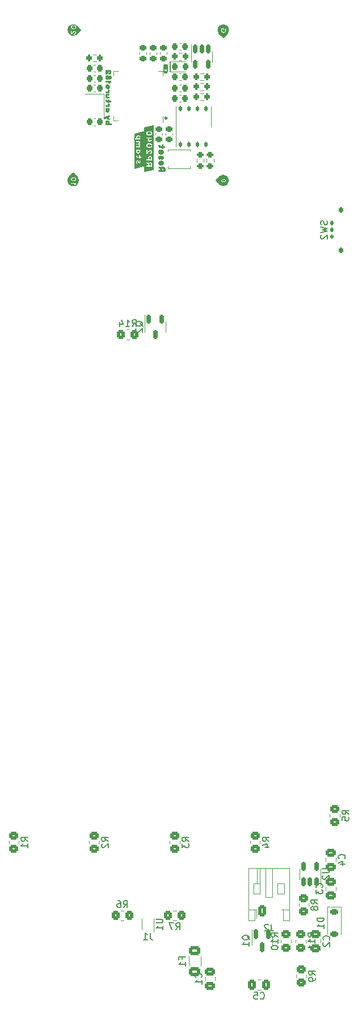
<source format=gbr>
%TF.GenerationSoftware,KiCad,Pcbnew,7.0.5*%
%TF.CreationDate,2023-07-27T14:44:28-03:00*%
%TF.ProjectId,Open_Machinist_Calculator,4f70656e-5f4d-4616-9368-696e6973745f,rev?*%
%TF.SameCoordinates,Original*%
%TF.FileFunction,Legend,Bot*%
%TF.FilePolarity,Positive*%
%FSLAX46Y46*%
G04 Gerber Fmt 4.6, Leading zero omitted, Abs format (unit mm)*
G04 Created by KiCad (PCBNEW 7.0.5) date 2023-07-27 14:44:28*
%MOMM*%
%LPD*%
G01*
G04 APERTURE LIST*
G04 Aperture macros list*
%AMRoundRect*
0 Rectangle with rounded corners*
0 $1 Rounding radius*
0 $2 $3 $4 $5 $6 $7 $8 $9 X,Y pos of 4 corners*
0 Add a 4 corners polygon primitive as box body*
4,1,4,$2,$3,$4,$5,$6,$7,$8,$9,$2,$3,0*
0 Add four circle primitives for the rounded corners*
1,1,$1+$1,$2,$3*
1,1,$1+$1,$4,$5*
1,1,$1+$1,$6,$7*
1,1,$1+$1,$8,$9*
0 Add four rect primitives between the rounded corners*
20,1,$1+$1,$2,$3,$4,$5,0*
20,1,$1+$1,$4,$5,$6,$7,0*
20,1,$1+$1,$6,$7,$8,$9,0*
20,1,$1+$1,$8,$9,$2,$3,0*%
G04 Aperture macros list end*
%ADD10C,0.150000*%
%ADD11C,0.110000*%
%ADD12C,0.400000*%
%ADD13C,0.120000*%
%ADD14C,0.281155*%
%ADD15C,0.100000*%
%ADD16C,0.010000*%
%ADD17RoundRect,0.250000X0.350000X0.450000X-0.350000X0.450000X-0.350000X-0.450000X0.350000X-0.450000X0*%
%ADD18RoundRect,0.150000X-0.150000X0.512500X-0.150000X-0.512500X0.150000X-0.512500X0.150000X0.512500X0*%
%ADD19R,1.700000X1.700000*%
%ADD20O,1.700000X1.700000*%
%ADD21RoundRect,0.225000X-0.250000X0.225000X-0.250000X-0.225000X0.250000X-0.225000X0.250000X0.225000X0*%
%ADD22RoundRect,0.250000X0.450000X-0.350000X0.450000X0.350000X-0.450000X0.350000X-0.450000X-0.350000X0*%
%ADD23RoundRect,0.250000X-0.450000X0.350000X-0.450000X-0.350000X0.450000X-0.350000X0.450000X0.350000X0*%
%ADD24RoundRect,0.200000X0.275000X-0.200000X0.275000X0.200000X-0.275000X0.200000X-0.275000X-0.200000X0*%
%ADD25RoundRect,0.250000X-0.350000X-0.450000X0.350000X-0.450000X0.350000X0.450000X-0.350000X0.450000X0*%
%ADD26RoundRect,0.250000X-0.625000X0.400000X-0.625000X-0.400000X0.625000X-0.400000X0.625000X0.400000X0*%
%ADD27C,1.350000*%
%ADD28R,3.000000X1.500000*%
%ADD29O,1.350000X1.350000*%
%ADD30RoundRect,0.200000X-0.200000X-0.275000X0.200000X-0.275000X0.200000X0.275000X-0.200000X0.275000X0*%
%ADD31R,0.375000X0.500000*%
%ADD32R,0.300000X0.650000*%
%ADD33RoundRect,0.250000X-0.350000X-0.625000X0.350000X-0.625000X0.350000X0.625000X-0.350000X0.625000X0*%
%ADD34O,1.200000X1.750000*%
%ADD35RoundRect,0.250000X-0.475000X0.337500X-0.475000X-0.337500X0.475000X-0.337500X0.475000X0.337500X0*%
%ADD36RoundRect,0.225000X-0.225000X-0.250000X0.225000X-0.250000X0.225000X0.250000X-0.225000X0.250000X0*%
%ADD37RoundRect,0.225000X0.225000X0.250000X-0.225000X0.250000X-0.225000X-0.250000X0.225000X-0.250000X0*%
%ADD38RoundRect,0.150000X0.150000X-0.512500X0.150000X0.512500X-0.150000X0.512500X-0.150000X-0.512500X0*%
%ADD39RoundRect,0.250000X0.475000X-0.337500X0.475000X0.337500X-0.475000X0.337500X-0.475000X-0.337500X0*%
%ADD40RoundRect,0.225000X0.250000X-0.225000X0.250000X0.225000X-0.250000X0.225000X-0.250000X-0.225000X0*%
%ADD41RoundRect,0.125000X0.125000X-0.262500X0.125000X0.262500X-0.125000X0.262500X-0.125000X-0.262500X0*%
%ADD42R,4.000000X3.400000*%
%ADD43RoundRect,0.218750X-0.218750X-0.256250X0.218750X-0.256250X0.218750X0.256250X-0.218750X0.256250X0*%
%ADD44R,1.500000X3.000000*%
%ADD45RoundRect,0.127500X-0.127500X0.172500X-0.127500X-0.172500X0.127500X-0.172500X0.127500X0.172500X0*%
%ADD46RoundRect,0.125000X-0.125000X0.175000X-0.125000X-0.175000X0.125000X-0.175000X0.125000X0.175000X0*%
%ADD47RoundRect,0.175000X-0.175000X0.275000X-0.175000X-0.275000X0.175000X-0.275000X0.175000X0.275000X0*%
%ADD48C,0.650000*%
%ADD49R,0.600000X2.450000*%
%ADD50R,0.300000X2.450000*%
%ADD51O,0.200000X0.875000*%
%ADD52O,0.875000X0.200000*%
%ADD53R,0.800000X0.800000*%
%ADD54RoundRect,0.250000X-0.337500X-0.475000X0.337500X-0.475000X0.337500X0.475000X-0.337500X0.475000X0*%
%ADD55R,1.000000X1.150000*%
%ADD56RoundRect,0.225000X-0.375000X0.225000X-0.375000X-0.225000X0.375000X-0.225000X0.375000X0.225000X0*%
%ADD57R,0.900000X1.700000*%
%ADD58RoundRect,0.150000X-0.150000X0.587500X-0.150000X-0.587500X0.150000X-0.587500X0.150000X0.587500X0*%
G04 APERTURE END LIST*
D10*
X117250000Y-78999993D02*
X117850000Y-78399993D01*
X95949999Y-77899994D02*
X95349999Y-77299994D01*
X95150000Y-99499995D02*
X94550000Y-99499995D01*
X94850000Y-99199995D01*
X95150000Y-99499995D01*
G36*
X95150000Y-99499995D02*
G01*
X94550000Y-99499995D01*
X94850000Y-99199995D01*
X95150000Y-99499995D01*
G37*
X95600000Y-100299994D02*
X95450000Y-100749994D01*
X95450000Y-99849994D01*
X95600000Y-100299994D01*
G36*
X95600000Y-100299994D02*
G01*
X95450000Y-100749994D01*
X95450000Y-99849994D01*
X95600000Y-100299994D01*
G37*
D11*
X118049999Y-77899994D02*
G75*
G03*
X118049999Y-77899994I-799999J0D01*
G01*
D10*
X108500000Y-84099994D02*
X108800000Y-84099994D01*
X108800000Y-84299994D01*
X108500000Y-84299994D01*
X108500000Y-84099994D01*
D12*
X117900000Y-100299994D02*
G75*
G03*
X117900000Y-100299994I-650000J0D01*
G01*
D10*
X95450000Y-99799995D02*
X94850000Y-99199995D01*
D13*
X110720000Y-84084994D02*
X109250000Y-84084994D01*
X109250000Y-82614994D02*
X109250000Y-84084994D01*
D10*
X95949999Y-77899994D02*
X95649999Y-78199994D01*
X95649999Y-77599994D01*
X95949999Y-77899994D01*
G36*
X95949999Y-77899994D02*
G01*
X95649999Y-78199994D01*
X95649999Y-77599994D01*
X95949999Y-77899994D01*
G37*
D11*
X95650000Y-77899994D02*
G75*
G03*
X95650000Y-77899994I-800000J0D01*
G01*
X95650000Y-100299994D02*
G75*
G03*
X95650000Y-100299994I-800000J0D01*
G01*
D10*
X116650000Y-78399993D02*
X117250000Y-78999993D01*
X116150000Y-100299994D02*
X116750000Y-100899994D01*
X95649999Y-77599994D02*
X95649999Y-78199994D01*
X95450000Y-78299994D01*
X95450000Y-77499994D01*
X95649999Y-77599994D01*
G36*
X95649999Y-77599994D02*
G01*
X95649999Y-78199994D01*
X95450000Y-78299994D01*
X95450000Y-77499994D01*
X95649999Y-77599994D01*
G37*
X108400000Y-83099994D02*
X108900000Y-83099994D01*
X108900000Y-84099994D01*
X108400000Y-84099994D01*
X108400000Y-83099994D01*
D13*
X110720000Y-82614994D02*
X109250000Y-82614994D01*
D12*
X117900000Y-77899994D02*
G75*
G03*
X117900000Y-77899994I-650000J0D01*
G01*
D14*
X108840577Y-90999994D02*
G75*
G03*
X108840577Y-90999994I-140577J0D01*
G01*
D10*
X94850000Y-99199995D02*
X94250000Y-99799995D01*
X116750000Y-99699994D02*
X116150000Y-100299994D01*
X108400000Y-83099994D02*
X108900000Y-83099994D01*
X108900000Y-83699994D01*
X108400000Y-83699994D01*
X108400000Y-83099994D01*
G36*
X108400000Y-83099994D02*
G01*
X108900000Y-83099994D01*
X108900000Y-83699994D01*
X108400000Y-83699994D01*
X108400000Y-83099994D01*
G37*
X95200000Y-99599994D02*
X95325000Y-99774994D01*
X95000000Y-99649994D01*
X94550000Y-99699994D01*
X94275000Y-99899994D01*
X94375000Y-100874994D01*
X94200000Y-100674994D01*
X94100000Y-100224994D01*
X94175000Y-99974994D01*
X94300000Y-99774994D01*
X94750000Y-99499994D01*
X95200000Y-99599994D01*
G36*
X95200000Y-99599994D02*
G01*
X95325000Y-99774994D01*
X95000000Y-99649994D01*
X94550000Y-99699994D01*
X94275000Y-99899994D01*
X94375000Y-100874994D01*
X94200000Y-100674994D01*
X94100000Y-100224994D01*
X94175000Y-99974994D01*
X94300000Y-99774994D01*
X94750000Y-99499994D01*
X95200000Y-99599994D01*
G37*
X116450000Y-100599994D02*
X116150000Y-100299994D01*
X116450000Y-99999994D01*
X116450000Y-100599994D01*
G36*
X116450000Y-100599994D02*
G01*
X116150000Y-100299994D01*
X116450000Y-99999994D01*
X116450000Y-100599994D01*
G37*
X94350000Y-78449994D02*
X94200000Y-78249994D01*
X94100000Y-77899994D01*
X94200000Y-77549994D01*
X94350000Y-77349994D01*
X94350000Y-78449994D01*
G36*
X94350000Y-78449994D02*
G01*
X94200000Y-78249994D01*
X94100000Y-77899994D01*
X94200000Y-77549994D01*
X94350000Y-77349994D01*
X94350000Y-78449994D01*
G37*
X95349999Y-78499994D02*
X95949999Y-77899994D01*
D15*
X94850000Y-101074994D02*
X94600000Y-101024994D01*
X95150000Y-101024994D01*
X94850000Y-101074994D01*
G36*
X94850000Y-101074994D02*
G01*
X94600000Y-101024994D01*
X95150000Y-101024994D01*
X94850000Y-101074994D01*
G37*
D10*
X117250000Y-78999993D02*
X116950000Y-78699993D01*
X117550000Y-78699993D01*
X117250000Y-78999993D01*
G36*
X117250000Y-78999993D02*
G01*
X116950000Y-78699993D01*
X117550000Y-78699993D01*
X117250000Y-78999993D01*
G37*
%TO.C,R14*%
X103642857Y-122042319D02*
X103976190Y-121566128D01*
X104214285Y-122042319D02*
X104214285Y-121042319D01*
X104214285Y-121042319D02*
X103833333Y-121042319D01*
X103833333Y-121042319D02*
X103738095Y-121089938D01*
X103738095Y-121089938D02*
X103690476Y-121137557D01*
X103690476Y-121137557D02*
X103642857Y-121232795D01*
X103642857Y-121232795D02*
X103642857Y-121375652D01*
X103642857Y-121375652D02*
X103690476Y-121470890D01*
X103690476Y-121470890D02*
X103738095Y-121518509D01*
X103738095Y-121518509D02*
X103833333Y-121566128D01*
X103833333Y-121566128D02*
X104214285Y-121566128D01*
X102690476Y-122042319D02*
X103261904Y-122042319D01*
X102976190Y-122042319D02*
X102976190Y-121042319D01*
X102976190Y-121042319D02*
X103071428Y-121185176D01*
X103071428Y-121185176D02*
X103166666Y-121280414D01*
X103166666Y-121280414D02*
X103261904Y-121328033D01*
X101833333Y-121375652D02*
X101833333Y-122042319D01*
X102071428Y-120994700D02*
X102309523Y-121708985D01*
X102309523Y-121708985D02*
X101690476Y-121708985D01*
%TO.C,Q2*%
X105255057Y-122004761D02*
X105207438Y-121909523D01*
X105207438Y-121909523D02*
X105112200Y-121814285D01*
X105112200Y-121814285D02*
X104969342Y-121671428D01*
X104969342Y-121671428D02*
X104921723Y-121576190D01*
X104921723Y-121576190D02*
X104921723Y-121480952D01*
X105159819Y-121528571D02*
X105112200Y-121433333D01*
X105112200Y-121433333D02*
X105016961Y-121338095D01*
X105016961Y-121338095D02*
X104826485Y-121290476D01*
X104826485Y-121290476D02*
X104493152Y-121290476D01*
X104493152Y-121290476D02*
X104302676Y-121338095D01*
X104302676Y-121338095D02*
X104207438Y-121433333D01*
X104207438Y-121433333D02*
X104159819Y-121528571D01*
X104159819Y-121528571D02*
X104159819Y-121719047D01*
X104159819Y-121719047D02*
X104207438Y-121814285D01*
X104207438Y-121814285D02*
X104302676Y-121909523D01*
X104302676Y-121909523D02*
X104493152Y-121957142D01*
X104493152Y-121957142D02*
X104826485Y-121957142D01*
X104826485Y-121957142D02*
X105016961Y-121909523D01*
X105016961Y-121909523D02*
X105112200Y-121814285D01*
X105112200Y-121814285D02*
X105159819Y-121719047D01*
X105159819Y-121719047D02*
X105159819Y-121528571D01*
X104255057Y-122338095D02*
X104207438Y-122385714D01*
X104207438Y-122385714D02*
X104159819Y-122480952D01*
X104159819Y-122480952D02*
X104159819Y-122719047D01*
X104159819Y-122719047D02*
X104207438Y-122814285D01*
X104207438Y-122814285D02*
X104255057Y-122861904D01*
X104255057Y-122861904D02*
X104350295Y-122909523D01*
X104350295Y-122909523D02*
X104445533Y-122909523D01*
X104445533Y-122909523D02*
X104588390Y-122861904D01*
X104588390Y-122861904D02*
X105159819Y-122290476D01*
X105159819Y-122290476D02*
X105159819Y-122909523D01*
%TO.C,*%
%TO.C,R3*%
X112104819Y-198633333D02*
X111628628Y-198300000D01*
X112104819Y-198061905D02*
X111104819Y-198061905D01*
X111104819Y-198061905D02*
X111104819Y-198442857D01*
X111104819Y-198442857D02*
X111152438Y-198538095D01*
X111152438Y-198538095D02*
X111200057Y-198585714D01*
X111200057Y-198585714D02*
X111295295Y-198633333D01*
X111295295Y-198633333D02*
X111438152Y-198633333D01*
X111438152Y-198633333D02*
X111533390Y-198585714D01*
X111533390Y-198585714D02*
X111581009Y-198538095D01*
X111581009Y-198538095D02*
X111628628Y-198442857D01*
X111628628Y-198442857D02*
X111628628Y-198061905D01*
X111104819Y-198966667D02*
X111104819Y-199585714D01*
X111104819Y-199585714D02*
X111485771Y-199252381D01*
X111485771Y-199252381D02*
X111485771Y-199395238D01*
X111485771Y-199395238D02*
X111533390Y-199490476D01*
X111533390Y-199490476D02*
X111581009Y-199538095D01*
X111581009Y-199538095D02*
X111676247Y-199585714D01*
X111676247Y-199585714D02*
X111914342Y-199585714D01*
X111914342Y-199585714D02*
X112009580Y-199538095D01*
X112009580Y-199538095D02*
X112057200Y-199490476D01*
X112057200Y-199490476D02*
X112104819Y-199395238D01*
X112104819Y-199395238D02*
X112104819Y-199109524D01*
X112104819Y-199109524D02*
X112057200Y-199014286D01*
X112057200Y-199014286D02*
X112009580Y-198966667D01*
%TO.C,R10*%
X125404819Y-212857142D02*
X124928628Y-212523809D01*
X125404819Y-212285714D02*
X124404819Y-212285714D01*
X124404819Y-212285714D02*
X124404819Y-212666666D01*
X124404819Y-212666666D02*
X124452438Y-212761904D01*
X124452438Y-212761904D02*
X124500057Y-212809523D01*
X124500057Y-212809523D02*
X124595295Y-212857142D01*
X124595295Y-212857142D02*
X124738152Y-212857142D01*
X124738152Y-212857142D02*
X124833390Y-212809523D01*
X124833390Y-212809523D02*
X124881009Y-212761904D01*
X124881009Y-212761904D02*
X124928628Y-212666666D01*
X124928628Y-212666666D02*
X124928628Y-212285714D01*
X125404819Y-213809523D02*
X125404819Y-213238095D01*
X125404819Y-213523809D02*
X124404819Y-213523809D01*
X124404819Y-213523809D02*
X124547676Y-213428571D01*
X124547676Y-213428571D02*
X124642914Y-213333333D01*
X124642914Y-213333333D02*
X124690533Y-213238095D01*
X124404819Y-214428571D02*
X124404819Y-214523809D01*
X124404819Y-214523809D02*
X124452438Y-214619047D01*
X124452438Y-214619047D02*
X124500057Y-214666666D01*
X124500057Y-214666666D02*
X124595295Y-214714285D01*
X124595295Y-214714285D02*
X124785771Y-214761904D01*
X124785771Y-214761904D02*
X125023866Y-214761904D01*
X125023866Y-214761904D02*
X125214342Y-214714285D01*
X125214342Y-214714285D02*
X125309580Y-214666666D01*
X125309580Y-214666666D02*
X125357200Y-214619047D01*
X125357200Y-214619047D02*
X125404819Y-214523809D01*
X125404819Y-214523809D02*
X125404819Y-214428571D01*
X125404819Y-214428571D02*
X125357200Y-214333333D01*
X125357200Y-214333333D02*
X125309580Y-214285714D01*
X125309580Y-214285714D02*
X125214342Y-214238095D01*
X125214342Y-214238095D02*
X125023866Y-214190476D01*
X125023866Y-214190476D02*
X124785771Y-214190476D01*
X124785771Y-214190476D02*
X124595295Y-214238095D01*
X124595295Y-214238095D02*
X124500057Y-214285714D01*
X124500057Y-214285714D02*
X124452438Y-214333333D01*
X124452438Y-214333333D02*
X124404819Y-214428571D01*
%TO.C,R9*%
X131004819Y-218533333D02*
X130528628Y-218200000D01*
X131004819Y-217961905D02*
X130004819Y-217961905D01*
X130004819Y-217961905D02*
X130004819Y-218342857D01*
X130004819Y-218342857D02*
X130052438Y-218438095D01*
X130052438Y-218438095D02*
X130100057Y-218485714D01*
X130100057Y-218485714D02*
X130195295Y-218533333D01*
X130195295Y-218533333D02*
X130338152Y-218533333D01*
X130338152Y-218533333D02*
X130433390Y-218485714D01*
X130433390Y-218485714D02*
X130481009Y-218438095D01*
X130481009Y-218438095D02*
X130528628Y-218342857D01*
X130528628Y-218342857D02*
X130528628Y-217961905D01*
X131004819Y-219009524D02*
X131004819Y-219200000D01*
X131004819Y-219200000D02*
X130957200Y-219295238D01*
X130957200Y-219295238D02*
X130909580Y-219342857D01*
X130909580Y-219342857D02*
X130766723Y-219438095D01*
X130766723Y-219438095D02*
X130576247Y-219485714D01*
X130576247Y-219485714D02*
X130195295Y-219485714D01*
X130195295Y-219485714D02*
X130100057Y-219438095D01*
X130100057Y-219438095D02*
X130052438Y-219390476D01*
X130052438Y-219390476D02*
X130004819Y-219295238D01*
X130004819Y-219295238D02*
X130004819Y-219104762D01*
X130004819Y-219104762D02*
X130052438Y-219009524D01*
X130052438Y-219009524D02*
X130100057Y-218961905D01*
X130100057Y-218961905D02*
X130195295Y-218914286D01*
X130195295Y-218914286D02*
X130433390Y-218914286D01*
X130433390Y-218914286D02*
X130528628Y-218961905D01*
X130528628Y-218961905D02*
X130576247Y-219009524D01*
X130576247Y-219009524D02*
X130623866Y-219104762D01*
X130623866Y-219104762D02*
X130623866Y-219295238D01*
X130623866Y-219295238D02*
X130576247Y-219390476D01*
X130576247Y-219390476D02*
X130528628Y-219438095D01*
X130528628Y-219438095D02*
X130433390Y-219485714D01*
%TO.C,R7*%
X110166666Y-211804819D02*
X110499999Y-211328628D01*
X110738094Y-211804819D02*
X110738094Y-210804819D01*
X110738094Y-210804819D02*
X110357142Y-210804819D01*
X110357142Y-210804819D02*
X110261904Y-210852438D01*
X110261904Y-210852438D02*
X110214285Y-210900057D01*
X110214285Y-210900057D02*
X110166666Y-210995295D01*
X110166666Y-210995295D02*
X110166666Y-211138152D01*
X110166666Y-211138152D02*
X110214285Y-211233390D01*
X110214285Y-211233390D02*
X110261904Y-211281009D01*
X110261904Y-211281009D02*
X110357142Y-211328628D01*
X110357142Y-211328628D02*
X110738094Y-211328628D01*
X109833332Y-210804819D02*
X109166666Y-210804819D01*
X109166666Y-210804819D02*
X109595237Y-211804819D01*
%TO.C,*%
%TO.C,F1*%
X111111009Y-216166666D02*
X111111009Y-215833333D01*
X111634819Y-215833333D02*
X110634819Y-215833333D01*
X110634819Y-215833333D02*
X110634819Y-216309523D01*
X111634819Y-217214285D02*
X111634819Y-216642857D01*
X111634819Y-216928571D02*
X110634819Y-216928571D01*
X110634819Y-216928571D02*
X110777676Y-216833333D01*
X110777676Y-216833333D02*
X110872914Y-216738095D01*
X110872914Y-216738095D02*
X110920533Y-216642857D01*
%TO.C,*%
%TO.C,R8*%
X131354819Y-207933333D02*
X130878628Y-207600000D01*
X131354819Y-207361905D02*
X130354819Y-207361905D01*
X130354819Y-207361905D02*
X130354819Y-207742857D01*
X130354819Y-207742857D02*
X130402438Y-207838095D01*
X130402438Y-207838095D02*
X130450057Y-207885714D01*
X130450057Y-207885714D02*
X130545295Y-207933333D01*
X130545295Y-207933333D02*
X130688152Y-207933333D01*
X130688152Y-207933333D02*
X130783390Y-207885714D01*
X130783390Y-207885714D02*
X130831009Y-207838095D01*
X130831009Y-207838095D02*
X130878628Y-207742857D01*
X130878628Y-207742857D02*
X130878628Y-207361905D01*
X130783390Y-208504762D02*
X130735771Y-208409524D01*
X130735771Y-208409524D02*
X130688152Y-208361905D01*
X130688152Y-208361905D02*
X130592914Y-208314286D01*
X130592914Y-208314286D02*
X130545295Y-208314286D01*
X130545295Y-208314286D02*
X130450057Y-208361905D01*
X130450057Y-208361905D02*
X130402438Y-208409524D01*
X130402438Y-208409524D02*
X130354819Y-208504762D01*
X130354819Y-208504762D02*
X130354819Y-208695238D01*
X130354819Y-208695238D02*
X130402438Y-208790476D01*
X130402438Y-208790476D02*
X130450057Y-208838095D01*
X130450057Y-208838095D02*
X130545295Y-208885714D01*
X130545295Y-208885714D02*
X130592914Y-208885714D01*
X130592914Y-208885714D02*
X130688152Y-208838095D01*
X130688152Y-208838095D02*
X130735771Y-208790476D01*
X130735771Y-208790476D02*
X130783390Y-208695238D01*
X130783390Y-208695238D02*
X130783390Y-208504762D01*
X130783390Y-208504762D02*
X130831009Y-208409524D01*
X130831009Y-208409524D02*
X130878628Y-208361905D01*
X130878628Y-208361905D02*
X130973866Y-208314286D01*
X130973866Y-208314286D02*
X131164342Y-208314286D01*
X131164342Y-208314286D02*
X131259580Y-208361905D01*
X131259580Y-208361905D02*
X131307200Y-208409524D01*
X131307200Y-208409524D02*
X131354819Y-208504762D01*
X131354819Y-208504762D02*
X131354819Y-208695238D01*
X131354819Y-208695238D02*
X131307200Y-208790476D01*
X131307200Y-208790476D02*
X131259580Y-208838095D01*
X131259580Y-208838095D02*
X131164342Y-208885714D01*
X131164342Y-208885714D02*
X130973866Y-208885714D01*
X130973866Y-208885714D02*
X130878628Y-208838095D01*
X130878628Y-208838095D02*
X130831009Y-208790476D01*
X130831009Y-208790476D02*
X130783390Y-208695238D01*
%TO.C,U1*%
X107204819Y-210238095D02*
X108014342Y-210238095D01*
X108014342Y-210238095D02*
X108109580Y-210285714D01*
X108109580Y-210285714D02*
X108157200Y-210333333D01*
X108157200Y-210333333D02*
X108204819Y-210428571D01*
X108204819Y-210428571D02*
X108204819Y-210619047D01*
X108204819Y-210619047D02*
X108157200Y-210714285D01*
X108157200Y-210714285D02*
X108109580Y-210761904D01*
X108109580Y-210761904D02*
X108014342Y-210809523D01*
X108014342Y-210809523D02*
X107204819Y-210809523D01*
X108204819Y-211809523D02*
X108204819Y-211238095D01*
X108204819Y-211523809D02*
X107204819Y-211523809D01*
X107204819Y-211523809D02*
X107347676Y-211428571D01*
X107347676Y-211428571D02*
X107442914Y-211333333D01*
X107442914Y-211333333D02*
X107490533Y-211238095D01*
%TO.C,J2*%
X124383333Y-210992319D02*
X124383333Y-211706604D01*
X124383333Y-211706604D02*
X124430952Y-211849461D01*
X124430952Y-211849461D02*
X124526190Y-211944700D01*
X124526190Y-211944700D02*
X124669047Y-211992319D01*
X124669047Y-211992319D02*
X124764285Y-211992319D01*
X123954761Y-211087557D02*
X123907142Y-211039938D01*
X123907142Y-211039938D02*
X123811904Y-210992319D01*
X123811904Y-210992319D02*
X123573809Y-210992319D01*
X123573809Y-210992319D02*
X123478571Y-211039938D01*
X123478571Y-211039938D02*
X123430952Y-211087557D01*
X123430952Y-211087557D02*
X123383333Y-211182795D01*
X123383333Y-211182795D02*
X123383333Y-211278033D01*
X123383333Y-211278033D02*
X123430952Y-211420890D01*
X123430952Y-211420890D02*
X124002380Y-211992319D01*
X124002380Y-211992319D02*
X123383333Y-211992319D01*
%TO.C,C1*%
X113979580Y-218933333D02*
X114027200Y-218885714D01*
X114027200Y-218885714D02*
X114074819Y-218742857D01*
X114074819Y-218742857D02*
X114074819Y-218647619D01*
X114074819Y-218647619D02*
X114027200Y-218504762D01*
X114027200Y-218504762D02*
X113931961Y-218409524D01*
X113931961Y-218409524D02*
X113836723Y-218361905D01*
X113836723Y-218361905D02*
X113646247Y-218314286D01*
X113646247Y-218314286D02*
X113503390Y-218314286D01*
X113503390Y-218314286D02*
X113312914Y-218361905D01*
X113312914Y-218361905D02*
X113217676Y-218409524D01*
X113217676Y-218409524D02*
X113122438Y-218504762D01*
X113122438Y-218504762D02*
X113074819Y-218647619D01*
X113074819Y-218647619D02*
X113074819Y-218742857D01*
X113074819Y-218742857D02*
X113122438Y-218885714D01*
X113122438Y-218885714D02*
X113170057Y-218933333D01*
X114074819Y-219885714D02*
X114074819Y-219314286D01*
X114074819Y-219600000D02*
X113074819Y-219600000D01*
X113074819Y-219600000D02*
X113217676Y-219504762D01*
X113217676Y-219504762D02*
X113312914Y-219409524D01*
X113312914Y-219409524D02*
X113360533Y-219314286D01*
%TO.C,R5*%
X136004819Y-194633333D02*
X135528628Y-194300000D01*
X136004819Y-194061905D02*
X135004819Y-194061905D01*
X135004819Y-194061905D02*
X135004819Y-194442857D01*
X135004819Y-194442857D02*
X135052438Y-194538095D01*
X135052438Y-194538095D02*
X135100057Y-194585714D01*
X135100057Y-194585714D02*
X135195295Y-194633333D01*
X135195295Y-194633333D02*
X135338152Y-194633333D01*
X135338152Y-194633333D02*
X135433390Y-194585714D01*
X135433390Y-194585714D02*
X135481009Y-194538095D01*
X135481009Y-194538095D02*
X135528628Y-194442857D01*
X135528628Y-194442857D02*
X135528628Y-194061905D01*
X135004819Y-195538095D02*
X135004819Y-195061905D01*
X135004819Y-195061905D02*
X135481009Y-195014286D01*
X135481009Y-195014286D02*
X135433390Y-195061905D01*
X135433390Y-195061905D02*
X135385771Y-195157143D01*
X135385771Y-195157143D02*
X135385771Y-195395238D01*
X135385771Y-195395238D02*
X135433390Y-195490476D01*
X135433390Y-195490476D02*
X135481009Y-195538095D01*
X135481009Y-195538095D02*
X135576247Y-195585714D01*
X135576247Y-195585714D02*
X135814342Y-195585714D01*
X135814342Y-195585714D02*
X135909580Y-195538095D01*
X135909580Y-195538095D02*
X135957200Y-195490476D01*
X135957200Y-195490476D02*
X136004819Y-195395238D01*
X136004819Y-195395238D02*
X136004819Y-195157143D01*
X136004819Y-195157143D02*
X135957200Y-195061905D01*
X135957200Y-195061905D02*
X135909580Y-195014286D01*
%TO.C,*%
%TO.C,U2*%
X132054819Y-202738095D02*
X132864342Y-202738095D01*
X132864342Y-202738095D02*
X132959580Y-202785714D01*
X132959580Y-202785714D02*
X133007200Y-202833333D01*
X133007200Y-202833333D02*
X133054819Y-202928571D01*
X133054819Y-202928571D02*
X133054819Y-203119047D01*
X133054819Y-203119047D02*
X133007200Y-203214285D01*
X133007200Y-203214285D02*
X132959580Y-203261904D01*
X132959580Y-203261904D02*
X132864342Y-203309523D01*
X132864342Y-203309523D02*
X132054819Y-203309523D01*
X132150057Y-203738095D02*
X132102438Y-203785714D01*
X132102438Y-203785714D02*
X132054819Y-203880952D01*
X132054819Y-203880952D02*
X132054819Y-204119047D01*
X132054819Y-204119047D02*
X132102438Y-204214285D01*
X132102438Y-204214285D02*
X132150057Y-204261904D01*
X132150057Y-204261904D02*
X132245295Y-204309523D01*
X132245295Y-204309523D02*
X132340533Y-204309523D01*
X132340533Y-204309523D02*
X132483390Y-204261904D01*
X132483390Y-204261904D02*
X133054819Y-203690476D01*
X133054819Y-203690476D02*
X133054819Y-204309523D01*
%TO.C,R11*%
X130904819Y-212857142D02*
X130428628Y-212523809D01*
X130904819Y-212285714D02*
X129904819Y-212285714D01*
X129904819Y-212285714D02*
X129904819Y-212666666D01*
X129904819Y-212666666D02*
X129952438Y-212761904D01*
X129952438Y-212761904D02*
X130000057Y-212809523D01*
X130000057Y-212809523D02*
X130095295Y-212857142D01*
X130095295Y-212857142D02*
X130238152Y-212857142D01*
X130238152Y-212857142D02*
X130333390Y-212809523D01*
X130333390Y-212809523D02*
X130381009Y-212761904D01*
X130381009Y-212761904D02*
X130428628Y-212666666D01*
X130428628Y-212666666D02*
X130428628Y-212285714D01*
X130904819Y-213809523D02*
X130904819Y-213238095D01*
X130904819Y-213523809D02*
X129904819Y-213523809D01*
X129904819Y-213523809D02*
X130047676Y-213428571D01*
X130047676Y-213428571D02*
X130142914Y-213333333D01*
X130142914Y-213333333D02*
X130190533Y-213238095D01*
X130904819Y-214761904D02*
X130904819Y-214190476D01*
X130904819Y-214476190D02*
X129904819Y-214476190D01*
X129904819Y-214476190D02*
X130047676Y-214380952D01*
X130047676Y-214380952D02*
X130142914Y-214285714D01*
X130142914Y-214285714D02*
X130190533Y-214190476D01*
%TO.C,C2*%
X133039580Y-213333333D02*
X133087200Y-213285714D01*
X133087200Y-213285714D02*
X133134819Y-213142857D01*
X133134819Y-213142857D02*
X133134819Y-213047619D01*
X133134819Y-213047619D02*
X133087200Y-212904762D01*
X133087200Y-212904762D02*
X132991961Y-212809524D01*
X132991961Y-212809524D02*
X132896723Y-212761905D01*
X132896723Y-212761905D02*
X132706247Y-212714286D01*
X132706247Y-212714286D02*
X132563390Y-212714286D01*
X132563390Y-212714286D02*
X132372914Y-212761905D01*
X132372914Y-212761905D02*
X132277676Y-212809524D01*
X132277676Y-212809524D02*
X132182438Y-212904762D01*
X132182438Y-212904762D02*
X132134819Y-213047619D01*
X132134819Y-213047619D02*
X132134819Y-213142857D01*
X132134819Y-213142857D02*
X132182438Y-213285714D01*
X132182438Y-213285714D02*
X132230057Y-213333333D01*
X132230057Y-213714286D02*
X132182438Y-213761905D01*
X132182438Y-213761905D02*
X132134819Y-213857143D01*
X132134819Y-213857143D02*
X132134819Y-214095238D01*
X132134819Y-214095238D02*
X132182438Y-214190476D01*
X132182438Y-214190476D02*
X132230057Y-214238095D01*
X132230057Y-214238095D02*
X132325295Y-214285714D01*
X132325295Y-214285714D02*
X132420533Y-214285714D01*
X132420533Y-214285714D02*
X132563390Y-214238095D01*
X132563390Y-214238095D02*
X133134819Y-213666667D01*
X133134819Y-213666667D02*
X133134819Y-214285714D01*
%TO.C,*%
%TO.C,R1*%
X88104819Y-198633333D02*
X87628628Y-198300000D01*
X88104819Y-198061905D02*
X87104819Y-198061905D01*
X87104819Y-198061905D02*
X87104819Y-198442857D01*
X87104819Y-198442857D02*
X87152438Y-198538095D01*
X87152438Y-198538095D02*
X87200057Y-198585714D01*
X87200057Y-198585714D02*
X87295295Y-198633333D01*
X87295295Y-198633333D02*
X87438152Y-198633333D01*
X87438152Y-198633333D02*
X87533390Y-198585714D01*
X87533390Y-198585714D02*
X87581009Y-198538095D01*
X87581009Y-198538095D02*
X87628628Y-198442857D01*
X87628628Y-198442857D02*
X87628628Y-198061905D01*
X88104819Y-199585714D02*
X88104819Y-199014286D01*
X88104819Y-199300000D02*
X87104819Y-199300000D01*
X87104819Y-199300000D02*
X87247676Y-199204762D01*
X87247676Y-199204762D02*
X87342914Y-199109524D01*
X87342914Y-199109524D02*
X87390533Y-199014286D01*
%TO.C,C4*%
X135339580Y-201233333D02*
X135387200Y-201185714D01*
X135387200Y-201185714D02*
X135434819Y-201042857D01*
X135434819Y-201042857D02*
X135434819Y-200947619D01*
X135434819Y-200947619D02*
X135387200Y-200804762D01*
X135387200Y-200804762D02*
X135291961Y-200709524D01*
X135291961Y-200709524D02*
X135196723Y-200661905D01*
X135196723Y-200661905D02*
X135006247Y-200614286D01*
X135006247Y-200614286D02*
X134863390Y-200614286D01*
X134863390Y-200614286D02*
X134672914Y-200661905D01*
X134672914Y-200661905D02*
X134577676Y-200709524D01*
X134577676Y-200709524D02*
X134482438Y-200804762D01*
X134482438Y-200804762D02*
X134434819Y-200947619D01*
X134434819Y-200947619D02*
X134434819Y-201042857D01*
X134434819Y-201042857D02*
X134482438Y-201185714D01*
X134482438Y-201185714D02*
X134530057Y-201233333D01*
X134768152Y-202090476D02*
X135434819Y-202090476D01*
X134387200Y-201852381D02*
X135101485Y-201614286D01*
X135101485Y-201614286D02*
X135101485Y-202233333D01*
%TO.C,C3*%
X131979580Y-205533333D02*
X132027200Y-205485714D01*
X132027200Y-205485714D02*
X132074819Y-205342857D01*
X132074819Y-205342857D02*
X132074819Y-205247619D01*
X132074819Y-205247619D02*
X132027200Y-205104762D01*
X132027200Y-205104762D02*
X131931961Y-205009524D01*
X131931961Y-205009524D02*
X131836723Y-204961905D01*
X131836723Y-204961905D02*
X131646247Y-204914286D01*
X131646247Y-204914286D02*
X131503390Y-204914286D01*
X131503390Y-204914286D02*
X131312914Y-204961905D01*
X131312914Y-204961905D02*
X131217676Y-205009524D01*
X131217676Y-205009524D02*
X131122438Y-205104762D01*
X131122438Y-205104762D02*
X131074819Y-205247619D01*
X131074819Y-205247619D02*
X131074819Y-205342857D01*
X131074819Y-205342857D02*
X131122438Y-205485714D01*
X131122438Y-205485714D02*
X131170057Y-205533333D01*
X131074819Y-205866667D02*
X131074819Y-206485714D01*
X131074819Y-206485714D02*
X131455771Y-206152381D01*
X131455771Y-206152381D02*
X131455771Y-206295238D01*
X131455771Y-206295238D02*
X131503390Y-206390476D01*
X131503390Y-206390476D02*
X131551009Y-206438095D01*
X131551009Y-206438095D02*
X131646247Y-206485714D01*
X131646247Y-206485714D02*
X131884342Y-206485714D01*
X131884342Y-206485714D02*
X131979580Y-206438095D01*
X131979580Y-206438095D02*
X132027200Y-206390476D01*
X132027200Y-206390476D02*
X132074819Y-206295238D01*
X132074819Y-206295238D02*
X132074819Y-206009524D01*
X132074819Y-206009524D02*
X132027200Y-205914286D01*
X132027200Y-205914286D02*
X131979580Y-205866667D01*
%TO.C,SW2*%
X132727200Y-106326667D02*
X132774819Y-106469524D01*
X132774819Y-106469524D02*
X132774819Y-106707619D01*
X132774819Y-106707619D02*
X132727200Y-106802857D01*
X132727200Y-106802857D02*
X132679580Y-106850476D01*
X132679580Y-106850476D02*
X132584342Y-106898095D01*
X132584342Y-106898095D02*
X132489104Y-106898095D01*
X132489104Y-106898095D02*
X132393866Y-106850476D01*
X132393866Y-106850476D02*
X132346247Y-106802857D01*
X132346247Y-106802857D02*
X132298628Y-106707619D01*
X132298628Y-106707619D02*
X132251009Y-106517143D01*
X132251009Y-106517143D02*
X132203390Y-106421905D01*
X132203390Y-106421905D02*
X132155771Y-106374286D01*
X132155771Y-106374286D02*
X132060533Y-106326667D01*
X132060533Y-106326667D02*
X131965295Y-106326667D01*
X131965295Y-106326667D02*
X131870057Y-106374286D01*
X131870057Y-106374286D02*
X131822438Y-106421905D01*
X131822438Y-106421905D02*
X131774819Y-106517143D01*
X131774819Y-106517143D02*
X131774819Y-106755238D01*
X131774819Y-106755238D02*
X131822438Y-106898095D01*
X131774819Y-107231429D02*
X132774819Y-107469524D01*
X132774819Y-107469524D02*
X132060533Y-107660000D01*
X132060533Y-107660000D02*
X132774819Y-107850476D01*
X132774819Y-107850476D02*
X131774819Y-108088572D01*
X131870057Y-108421905D02*
X131822438Y-108469524D01*
X131822438Y-108469524D02*
X131774819Y-108564762D01*
X131774819Y-108564762D02*
X131774819Y-108802857D01*
X131774819Y-108802857D02*
X131822438Y-108898095D01*
X131822438Y-108898095D02*
X131870057Y-108945714D01*
X131870057Y-108945714D02*
X131965295Y-108993333D01*
X131965295Y-108993333D02*
X132060533Y-108993333D01*
X132060533Y-108993333D02*
X132203390Y-108945714D01*
X132203390Y-108945714D02*
X132774819Y-108374286D01*
X132774819Y-108374286D02*
X132774819Y-108993333D01*
%TO.C,R6*%
X102366666Y-208504819D02*
X102699999Y-208028628D01*
X102938094Y-208504819D02*
X102938094Y-207504819D01*
X102938094Y-207504819D02*
X102557142Y-207504819D01*
X102557142Y-207504819D02*
X102461904Y-207552438D01*
X102461904Y-207552438D02*
X102414285Y-207600057D01*
X102414285Y-207600057D02*
X102366666Y-207695295D01*
X102366666Y-207695295D02*
X102366666Y-207838152D01*
X102366666Y-207838152D02*
X102414285Y-207933390D01*
X102414285Y-207933390D02*
X102461904Y-207981009D01*
X102461904Y-207981009D02*
X102557142Y-208028628D01*
X102557142Y-208028628D02*
X102938094Y-208028628D01*
X101509523Y-207504819D02*
X101699999Y-207504819D01*
X101699999Y-207504819D02*
X101795237Y-207552438D01*
X101795237Y-207552438D02*
X101842856Y-207600057D01*
X101842856Y-207600057D02*
X101938094Y-207742914D01*
X101938094Y-207742914D02*
X101985713Y-207933390D01*
X101985713Y-207933390D02*
X101985713Y-208314342D01*
X101985713Y-208314342D02*
X101938094Y-208409580D01*
X101938094Y-208409580D02*
X101890475Y-208457200D01*
X101890475Y-208457200D02*
X101795237Y-208504819D01*
X101795237Y-208504819D02*
X101604761Y-208504819D01*
X101604761Y-208504819D02*
X101509523Y-208457200D01*
X101509523Y-208457200D02*
X101461904Y-208409580D01*
X101461904Y-208409580D02*
X101414285Y-208314342D01*
X101414285Y-208314342D02*
X101414285Y-208076247D01*
X101414285Y-208076247D02*
X101461904Y-207981009D01*
X101461904Y-207981009D02*
X101509523Y-207933390D01*
X101509523Y-207933390D02*
X101604761Y-207885771D01*
X101604761Y-207885771D02*
X101795237Y-207885771D01*
X101795237Y-207885771D02*
X101890475Y-207933390D01*
X101890475Y-207933390D02*
X101938094Y-207981009D01*
X101938094Y-207981009D02*
X101985713Y-208076247D01*
%TO.C,R2*%
X100104819Y-198633333D02*
X99628628Y-198300000D01*
X100104819Y-198061905D02*
X99104819Y-198061905D01*
X99104819Y-198061905D02*
X99104819Y-198442857D01*
X99104819Y-198442857D02*
X99152438Y-198538095D01*
X99152438Y-198538095D02*
X99200057Y-198585714D01*
X99200057Y-198585714D02*
X99295295Y-198633333D01*
X99295295Y-198633333D02*
X99438152Y-198633333D01*
X99438152Y-198633333D02*
X99533390Y-198585714D01*
X99533390Y-198585714D02*
X99581009Y-198538095D01*
X99581009Y-198538095D02*
X99628628Y-198442857D01*
X99628628Y-198442857D02*
X99628628Y-198061905D01*
X99200057Y-199014286D02*
X99152438Y-199061905D01*
X99152438Y-199061905D02*
X99104819Y-199157143D01*
X99104819Y-199157143D02*
X99104819Y-199395238D01*
X99104819Y-199395238D02*
X99152438Y-199490476D01*
X99152438Y-199490476D02*
X99200057Y-199538095D01*
X99200057Y-199538095D02*
X99295295Y-199585714D01*
X99295295Y-199585714D02*
X99390533Y-199585714D01*
X99390533Y-199585714D02*
X99533390Y-199538095D01*
X99533390Y-199538095D02*
X100104819Y-198966667D01*
X100104819Y-198966667D02*
X100104819Y-199585714D01*
%TO.C,J1*%
X106353333Y-212274819D02*
X106353333Y-212989104D01*
X106353333Y-212989104D02*
X106400952Y-213131961D01*
X106400952Y-213131961D02*
X106496190Y-213227200D01*
X106496190Y-213227200D02*
X106639047Y-213274819D01*
X106639047Y-213274819D02*
X106734285Y-213274819D01*
X105353333Y-213274819D02*
X105924761Y-213274819D01*
X105639047Y-213274819D02*
X105639047Y-212274819D01*
X105639047Y-212274819D02*
X105734285Y-212417676D01*
X105734285Y-212417676D02*
X105829523Y-212512914D01*
X105829523Y-212512914D02*
X105924761Y-212560533D01*
%TO.C,R4*%
X124104819Y-198633333D02*
X123628628Y-198300000D01*
X124104819Y-198061905D02*
X123104819Y-198061905D01*
X123104819Y-198061905D02*
X123104819Y-198442857D01*
X123104819Y-198442857D02*
X123152438Y-198538095D01*
X123152438Y-198538095D02*
X123200057Y-198585714D01*
X123200057Y-198585714D02*
X123295295Y-198633333D01*
X123295295Y-198633333D02*
X123438152Y-198633333D01*
X123438152Y-198633333D02*
X123533390Y-198585714D01*
X123533390Y-198585714D02*
X123581009Y-198538095D01*
X123581009Y-198538095D02*
X123628628Y-198442857D01*
X123628628Y-198442857D02*
X123628628Y-198061905D01*
X123438152Y-199490476D02*
X124104819Y-199490476D01*
X123057200Y-199252381D02*
X123771485Y-199014286D01*
X123771485Y-199014286D02*
X123771485Y-199633333D01*
%TO.C,C5*%
X122766666Y-222039580D02*
X122814285Y-222087200D01*
X122814285Y-222087200D02*
X122957142Y-222134819D01*
X122957142Y-222134819D02*
X123052380Y-222134819D01*
X123052380Y-222134819D02*
X123195237Y-222087200D01*
X123195237Y-222087200D02*
X123290475Y-221991961D01*
X123290475Y-221991961D02*
X123338094Y-221896723D01*
X123338094Y-221896723D02*
X123385713Y-221706247D01*
X123385713Y-221706247D02*
X123385713Y-221563390D01*
X123385713Y-221563390D02*
X123338094Y-221372914D01*
X123338094Y-221372914D02*
X123290475Y-221277676D01*
X123290475Y-221277676D02*
X123195237Y-221182438D01*
X123195237Y-221182438D02*
X123052380Y-221134819D01*
X123052380Y-221134819D02*
X122957142Y-221134819D01*
X122957142Y-221134819D02*
X122814285Y-221182438D01*
X122814285Y-221182438D02*
X122766666Y-221230057D01*
X121861904Y-221134819D02*
X122338094Y-221134819D01*
X122338094Y-221134819D02*
X122385713Y-221611009D01*
X122385713Y-221611009D02*
X122338094Y-221563390D01*
X122338094Y-221563390D02*
X122242856Y-221515771D01*
X122242856Y-221515771D02*
X122004761Y-221515771D01*
X122004761Y-221515771D02*
X121909523Y-221563390D01*
X121909523Y-221563390D02*
X121861904Y-221611009D01*
X121861904Y-221611009D02*
X121814285Y-221706247D01*
X121814285Y-221706247D02*
X121814285Y-221944342D01*
X121814285Y-221944342D02*
X121861904Y-222039580D01*
X121861904Y-222039580D02*
X121909523Y-222087200D01*
X121909523Y-222087200D02*
X122004761Y-222134819D01*
X122004761Y-222134819D02*
X122242856Y-222134819D01*
X122242856Y-222134819D02*
X122338094Y-222087200D01*
X122338094Y-222087200D02*
X122385713Y-222039580D01*
%TO.C,D1*%
X132254819Y-210061905D02*
X131254819Y-210061905D01*
X131254819Y-210061905D02*
X131254819Y-210300000D01*
X131254819Y-210300000D02*
X131302438Y-210442857D01*
X131302438Y-210442857D02*
X131397676Y-210538095D01*
X131397676Y-210538095D02*
X131492914Y-210585714D01*
X131492914Y-210585714D02*
X131683390Y-210633333D01*
X131683390Y-210633333D02*
X131826247Y-210633333D01*
X131826247Y-210633333D02*
X132016723Y-210585714D01*
X132016723Y-210585714D02*
X132111961Y-210538095D01*
X132111961Y-210538095D02*
X132207200Y-210442857D01*
X132207200Y-210442857D02*
X132254819Y-210300000D01*
X132254819Y-210300000D02*
X132254819Y-210061905D01*
X132254819Y-211585714D02*
X132254819Y-211014286D01*
X132254819Y-211300000D02*
X131254819Y-211300000D01*
X131254819Y-211300000D02*
X131397676Y-211204762D01*
X131397676Y-211204762D02*
X131492914Y-211109524D01*
X131492914Y-211109524D02*
X131540533Y-211014286D01*
%TO.C,Q1*%
X121200057Y-213342261D02*
X121152438Y-213247023D01*
X121152438Y-213247023D02*
X121057200Y-213151785D01*
X121057200Y-213151785D02*
X120914342Y-213008928D01*
X120914342Y-213008928D02*
X120866723Y-212913690D01*
X120866723Y-212913690D02*
X120866723Y-212818452D01*
X121104819Y-212866071D02*
X121057200Y-212770833D01*
X121057200Y-212770833D02*
X120961961Y-212675595D01*
X120961961Y-212675595D02*
X120771485Y-212627976D01*
X120771485Y-212627976D02*
X120438152Y-212627976D01*
X120438152Y-212627976D02*
X120247676Y-212675595D01*
X120247676Y-212675595D02*
X120152438Y-212770833D01*
X120152438Y-212770833D02*
X120104819Y-212866071D01*
X120104819Y-212866071D02*
X120104819Y-213056547D01*
X120104819Y-213056547D02*
X120152438Y-213151785D01*
X120152438Y-213151785D02*
X120247676Y-213247023D01*
X120247676Y-213247023D02*
X120438152Y-213294642D01*
X120438152Y-213294642D02*
X120771485Y-213294642D01*
X120771485Y-213294642D02*
X120961961Y-213247023D01*
X120961961Y-213247023D02*
X121057200Y-213151785D01*
X121057200Y-213151785D02*
X121104819Y-213056547D01*
X121104819Y-213056547D02*
X121104819Y-212866071D01*
X121104819Y-214247023D02*
X121104819Y-213675595D01*
X121104819Y-213961309D02*
X120104819Y-213961309D01*
X120104819Y-213961309D02*
X120247676Y-213866071D01*
X120247676Y-213866071D02*
X120342914Y-213770833D01*
X120342914Y-213770833D02*
X120390533Y-213675595D01*
D13*
%TO.C,R14*%
X103227064Y-122502500D02*
X102772936Y-122502500D01*
X103227064Y-123972500D02*
X102772936Y-123972500D01*
%TO.C,Q2*%
X105545000Y-122100000D02*
X105545000Y-120300000D01*
X105545000Y-122100000D02*
X105545000Y-122900000D01*
X108665000Y-122100000D02*
X108665000Y-121300000D01*
X108665000Y-122100000D02*
X108665000Y-122900000D01*
%TO.C,*%
D16*
X117350000Y-100209994D02*
X117400000Y-100219994D01*
X117440000Y-100239994D01*
X117460000Y-100269994D01*
X117460000Y-100309994D01*
X117450000Y-100349994D01*
X117420000Y-100369994D01*
X117370000Y-100389994D01*
X117310000Y-100399994D01*
X117230000Y-100399994D01*
X117170000Y-100389994D01*
X117120000Y-100379994D01*
X117080000Y-100349994D01*
X117070000Y-100319994D01*
X117070000Y-100299994D01*
X117080000Y-100259994D01*
X117100000Y-100239994D01*
X117140000Y-100219994D01*
X117200000Y-100199994D01*
X117280000Y-100199994D01*
X117350000Y-100209994D01*
G36*
X117350000Y-100209994D02*
G01*
X117400000Y-100219994D01*
X117440000Y-100239994D01*
X117460000Y-100269994D01*
X117460000Y-100309994D01*
X117450000Y-100349994D01*
X117420000Y-100369994D01*
X117370000Y-100389994D01*
X117310000Y-100399994D01*
X117230000Y-100399994D01*
X117170000Y-100389994D01*
X117120000Y-100379994D01*
X117080000Y-100349994D01*
X117070000Y-100319994D01*
X117070000Y-100299994D01*
X117080000Y-100259994D01*
X117100000Y-100239994D01*
X117140000Y-100219994D01*
X117200000Y-100199994D01*
X117280000Y-100199994D01*
X117350000Y-100209994D01*
G37*
X117760000Y-99689994D02*
X117760000Y-100599994D01*
X117760000Y-100629994D01*
X117760000Y-100829994D01*
X117730000Y-100849994D01*
X116770000Y-100849994D01*
X116740000Y-100829994D01*
X116740000Y-100299994D01*
X116890000Y-100299994D01*
X116900000Y-100349994D01*
X116910000Y-100399994D01*
X116940000Y-100449994D01*
X116970000Y-100489994D01*
X117000000Y-100509994D01*
X117050000Y-100539994D01*
X117100000Y-100549994D01*
X117140000Y-100559994D01*
X117190000Y-100569994D01*
X117250000Y-100569994D01*
X117300000Y-100569994D01*
X117360000Y-100569994D01*
X117400000Y-100559994D01*
X117450000Y-100539994D01*
X117500000Y-100519994D01*
X117540000Y-100499994D01*
X117580000Y-100469994D01*
X117600000Y-100429994D01*
X117620000Y-100379994D01*
X117630000Y-100329994D01*
X117640000Y-100279994D01*
X117630000Y-100229994D01*
X117610000Y-100179994D01*
X117580000Y-100139994D01*
X117540000Y-100109994D01*
X117500000Y-100079994D01*
X117450000Y-100059994D01*
X117400000Y-100049994D01*
X117360000Y-100039994D01*
X117300000Y-100029994D01*
X117250000Y-100029994D01*
X117190000Y-100029994D01*
X117140000Y-100039994D01*
X117090000Y-100049994D01*
X117050000Y-100069994D01*
X117010000Y-100089994D01*
X116970000Y-100119994D01*
X116940000Y-100159994D01*
X116910000Y-100199994D01*
X116900000Y-100249994D01*
X116890000Y-100299994D01*
X116740000Y-100299994D01*
X116740000Y-99659994D01*
X116780000Y-99649994D01*
X117740000Y-99649994D01*
X117760000Y-99689994D01*
G36*
X117760000Y-99689994D02*
G01*
X117760000Y-100599994D01*
X117760000Y-100629994D01*
X117760000Y-100829994D01*
X117730000Y-100849994D01*
X116770000Y-100849994D01*
X116740000Y-100829994D01*
X116740000Y-100299994D01*
X116890000Y-100299994D01*
X116900000Y-100349994D01*
X116910000Y-100399994D01*
X116940000Y-100449994D01*
X116970000Y-100489994D01*
X117000000Y-100509994D01*
X117050000Y-100539994D01*
X117100000Y-100549994D01*
X117140000Y-100559994D01*
X117190000Y-100569994D01*
X117250000Y-100569994D01*
X117300000Y-100569994D01*
X117360000Y-100569994D01*
X117400000Y-100559994D01*
X117450000Y-100539994D01*
X117500000Y-100519994D01*
X117540000Y-100499994D01*
X117580000Y-100469994D01*
X117600000Y-100429994D01*
X117620000Y-100379994D01*
X117630000Y-100329994D01*
X117640000Y-100279994D01*
X117630000Y-100229994D01*
X117610000Y-100179994D01*
X117580000Y-100139994D01*
X117540000Y-100109994D01*
X117500000Y-100079994D01*
X117450000Y-100059994D01*
X117400000Y-100049994D01*
X117360000Y-100039994D01*
X117300000Y-100029994D01*
X117250000Y-100029994D01*
X117190000Y-100029994D01*
X117140000Y-100039994D01*
X117090000Y-100049994D01*
X117050000Y-100069994D01*
X117010000Y-100089994D01*
X116970000Y-100119994D01*
X116940000Y-100159994D01*
X116910000Y-100199994D01*
X116900000Y-100249994D01*
X116890000Y-100299994D01*
X116740000Y-100299994D01*
X116740000Y-99659994D01*
X116780000Y-99649994D01*
X117740000Y-99649994D01*
X117760000Y-99689994D01*
G37*
D13*
%TO.C,C6*%
X109660000Y-93259414D02*
X109660000Y-93540574D01*
X108640000Y-93259414D02*
X108640000Y-93540574D01*
%TO.C,R3*%
X109265000Y-199027064D02*
X109265000Y-198572936D01*
X110735000Y-199027064D02*
X110735000Y-198572936D01*
%TO.C,R10*%
X127335000Y-213272936D02*
X127335000Y-213727064D01*
X125865000Y-213272936D02*
X125865000Y-213727064D01*
%TO.C,R12*%
X113277500Y-97537252D02*
X113277500Y-97062736D01*
X114322500Y-97537252D02*
X114322500Y-97062736D01*
%TO.C,U4*%
X115610000Y-81849994D02*
X115610000Y-81049994D01*
X115610000Y-81849994D02*
X115610000Y-82649994D01*
X112490000Y-81849994D02*
X112490000Y-80049994D01*
X112490000Y-81849994D02*
X112490000Y-82649994D01*
%TO.C,R9*%
X128165000Y-218927064D02*
X128165000Y-218472936D01*
X129635000Y-218927064D02*
X129635000Y-218472936D01*
%TO.C,R7*%
X109772936Y-208965000D02*
X110227064Y-208965000D01*
X109772936Y-210435000D02*
X110227064Y-210435000D01*
%TO.C,*%
D16*
X106330000Y-97739994D02*
X106380000Y-97779994D01*
X106410000Y-97839994D01*
X106410000Y-97979994D01*
X106370000Y-98009994D01*
X106240000Y-98009994D01*
X106180000Y-97959994D01*
X106180000Y-97829994D01*
X106210000Y-97769994D01*
X106260000Y-97729994D01*
X106330000Y-97739994D01*
G36*
X106330000Y-97739994D02*
G01*
X106380000Y-97779994D01*
X106410000Y-97839994D01*
X106410000Y-97979994D01*
X106370000Y-98009994D01*
X106240000Y-98009994D01*
X106180000Y-97959994D01*
X106180000Y-97829994D01*
X106210000Y-97769994D01*
X106260000Y-97729994D01*
X106330000Y-97739994D01*
G37*
X106340000Y-96799994D02*
X106390000Y-96849994D01*
X106400000Y-96909994D01*
X106400000Y-97049994D01*
X106350000Y-97059994D01*
X106210000Y-97059994D01*
X106170000Y-97039994D01*
X106170000Y-96899994D01*
X106210000Y-96809994D01*
X106270000Y-96779994D01*
X106340000Y-96799994D01*
G36*
X106340000Y-96799994D02*
G01*
X106390000Y-96849994D01*
X106400000Y-96909994D01*
X106400000Y-97049994D01*
X106350000Y-97059994D01*
X106210000Y-97059994D01*
X106170000Y-97039994D01*
X106170000Y-96899994D01*
X106210000Y-96809994D01*
X106270000Y-96779994D01*
X106340000Y-96799994D01*
G37*
X106280000Y-94939994D02*
X106350000Y-94959994D01*
X106400000Y-94989994D01*
X106430000Y-95029994D01*
X106430000Y-95079994D01*
X106420000Y-95129994D01*
X106380000Y-95159994D01*
X106320000Y-95179994D01*
X106230000Y-95199994D01*
X106130000Y-95199994D01*
X106040000Y-95189994D01*
X105970000Y-95169994D01*
X105930000Y-95129994D01*
X105910000Y-95089994D01*
X105920000Y-95019994D01*
X105950000Y-94979994D01*
X106010000Y-94949994D01*
X106090000Y-94939994D01*
X106180000Y-94929994D01*
X106280000Y-94939994D01*
G36*
X106280000Y-94939994D02*
G01*
X106350000Y-94959994D01*
X106400000Y-94989994D01*
X106430000Y-95029994D01*
X106430000Y-95079994D01*
X106420000Y-95129994D01*
X106380000Y-95159994D01*
X106320000Y-95179994D01*
X106230000Y-95199994D01*
X106130000Y-95199994D01*
X106040000Y-95189994D01*
X105970000Y-95169994D01*
X105930000Y-95129994D01*
X105910000Y-95089994D01*
X105920000Y-95019994D01*
X105950000Y-94979994D01*
X106010000Y-94949994D01*
X106090000Y-94939994D01*
X106180000Y-94929994D01*
X106280000Y-94939994D01*
G37*
X106360000Y-93129994D02*
X106410000Y-93159994D01*
X106430000Y-93209994D01*
X106430000Y-93259994D01*
X106410000Y-93299994D01*
X106370000Y-93339994D01*
X106310000Y-93359994D01*
X106220000Y-93369994D01*
X106110000Y-93369994D01*
X106030000Y-93359994D01*
X105970000Y-93329994D01*
X105920000Y-93299994D01*
X105910000Y-93259994D01*
X105910000Y-93229994D01*
X105920000Y-93179994D01*
X105960000Y-93149994D01*
X106020000Y-93119994D01*
X106100000Y-93109994D01*
X106200000Y-93109994D01*
X106290000Y-93109994D01*
X106360000Y-93129994D01*
G36*
X106360000Y-93129994D02*
G01*
X106410000Y-93159994D01*
X106430000Y-93209994D01*
X106430000Y-93259994D01*
X106410000Y-93299994D01*
X106370000Y-93339994D01*
X106310000Y-93359994D01*
X106220000Y-93369994D01*
X106110000Y-93369994D01*
X106030000Y-93359994D01*
X105970000Y-93329994D01*
X105920000Y-93299994D01*
X105910000Y-93259994D01*
X105910000Y-93229994D01*
X105920000Y-93179994D01*
X105960000Y-93149994D01*
X106020000Y-93119994D01*
X106100000Y-93109994D01*
X106200000Y-93109994D01*
X106290000Y-93109994D01*
X106360000Y-93129994D01*
G37*
X106830000Y-92059994D02*
X106830000Y-98629994D01*
X106820000Y-98629994D01*
X106590000Y-98239994D01*
X106630000Y-98199994D01*
X106640000Y-98119994D01*
X106640000Y-97849994D01*
X106630000Y-97789994D01*
X106610000Y-97719994D01*
X106580000Y-97659994D01*
X106540000Y-97609994D01*
X106490000Y-97559994D01*
X106430000Y-97529994D01*
X106360000Y-97509994D01*
X106290000Y-97499994D01*
X106220000Y-97509994D01*
X106160000Y-97529994D01*
X106100000Y-97559994D01*
X106050000Y-97599994D01*
X105870000Y-97529994D01*
X105810000Y-97499994D01*
X105760000Y-97499994D01*
X105760000Y-97289994D01*
X105820000Y-97289994D01*
X106500000Y-97289994D01*
X106570000Y-97289994D01*
X106620000Y-97259994D01*
X106630000Y-97189994D01*
X106630000Y-96909994D01*
X106630000Y-96849994D01*
X106610000Y-96789994D01*
X106580000Y-96719994D01*
X106540000Y-96669994D01*
X106490000Y-96619994D01*
X106430000Y-96579994D01*
X106370000Y-96549994D01*
X106360000Y-96549994D01*
X106300000Y-96549994D01*
X106270000Y-96369994D01*
X106340000Y-96369994D01*
X106410000Y-96349994D01*
X106470000Y-96329994D01*
X106520000Y-96289994D01*
X106570000Y-96239994D01*
X106610000Y-96179994D01*
X106630000Y-96119994D01*
X106640000Y-96049994D01*
X106640000Y-95979994D01*
X106630000Y-95909994D01*
X106600000Y-95849994D01*
X106570000Y-95799994D01*
X106520000Y-95749994D01*
X106460000Y-95709994D01*
X106400000Y-95689994D01*
X106330000Y-95679994D01*
X106270000Y-95669994D01*
X106220000Y-95429994D01*
X106290000Y-95419994D01*
X106350000Y-95409994D01*
X106420000Y-95389994D01*
X106480000Y-95359994D01*
X106540000Y-95329994D01*
X106590000Y-95289994D01*
X106620000Y-95239994D01*
X106650000Y-95179994D01*
X106660000Y-95119994D01*
X106660000Y-95049994D01*
X106650000Y-94979994D01*
X106630000Y-94919994D01*
X106590000Y-94859994D01*
X106550000Y-94809994D01*
X106490000Y-94769994D01*
X106430000Y-94749994D01*
X106360000Y-94729994D01*
X106300000Y-94709994D01*
X106230000Y-94709994D01*
X106160000Y-94699994D01*
X106080000Y-94709994D01*
X106010000Y-94719994D01*
X105940000Y-94729994D01*
X105880000Y-94759994D01*
X105830000Y-94779994D01*
X105780000Y-94819994D01*
X105740000Y-94869994D01*
X105700000Y-94929994D01*
X105680000Y-94989994D01*
X105680000Y-95059994D01*
X105680000Y-95129994D01*
X105700000Y-95189994D01*
X105730000Y-95259994D01*
X105770000Y-95309994D01*
X105820000Y-95349994D01*
X105880000Y-95379994D01*
X105940000Y-95399994D01*
X106010000Y-95419994D01*
X106070000Y-95419994D01*
X106140000Y-95429994D01*
X106220000Y-95429994D01*
X106260000Y-95669994D01*
X106200000Y-95679994D01*
X106130000Y-95709994D01*
X106080000Y-95749994D01*
X106030000Y-95799994D01*
X105980000Y-95859994D01*
X105940000Y-95909994D01*
X105920000Y-95959994D01*
X105910000Y-95949994D01*
X105910000Y-95809994D01*
X105900000Y-95699994D01*
X105870000Y-95649994D01*
X105810000Y-95629994D01*
X105740000Y-95639994D01*
X105690000Y-95669994D01*
X105680000Y-95729994D01*
X105680000Y-96209994D01*
X105680000Y-96279994D01*
X105710000Y-96339994D01*
X105770000Y-96369994D01*
X105830000Y-96369994D01*
X105900000Y-96339994D01*
X105950000Y-96299994D01*
X105990000Y-96249994D01*
X106030000Y-96189994D01*
X106100000Y-96069994D01*
X106140000Y-96009994D01*
X106180000Y-95959994D01*
X106240000Y-95919994D01*
X106300000Y-95899994D01*
X106360000Y-95919994D01*
X106400000Y-95969994D01*
X106410000Y-96039994D01*
X106390000Y-96099994D01*
X106330000Y-96129994D01*
X106260000Y-96139994D01*
X106200000Y-96159994D01*
X106180000Y-96219994D01*
X106180000Y-96309994D01*
X106210000Y-96359994D01*
X106270000Y-96369994D01*
X106290000Y-96549994D01*
X106220000Y-96559994D01*
X106160000Y-96569994D01*
X106100000Y-96599994D01*
X106050000Y-96649994D01*
X106000000Y-96699994D01*
X105970000Y-96759994D01*
X105950000Y-96819994D01*
X105940000Y-96889994D01*
X105940000Y-97019994D01*
X105910000Y-97059994D01*
X105770000Y-97059994D01*
X105710000Y-97079994D01*
X105680000Y-97119994D01*
X105680000Y-97209994D01*
X105700000Y-97269994D01*
X105750000Y-97289994D01*
X105760000Y-97499994D01*
X105710000Y-97539994D01*
X105680000Y-97609994D01*
X105680000Y-97679994D01*
X105720000Y-97709994D01*
X105900000Y-97789994D01*
X105950000Y-97849994D01*
X105950000Y-97979994D01*
X105910000Y-98009994D01*
X105770000Y-98009994D01*
X105710000Y-98029994D01*
X105690000Y-98079994D01*
X105690000Y-98169994D01*
X105710000Y-98229994D01*
X105770000Y-98239994D01*
X106520000Y-98239994D01*
X106580000Y-98239994D01*
X106820000Y-98629994D01*
X105500000Y-98959994D01*
X105470000Y-98939994D01*
X105470000Y-93999994D01*
X105680000Y-93999994D01*
X105730000Y-94039994D01*
X105800000Y-94049994D01*
X105930000Y-94049994D01*
X105950000Y-94089994D01*
X105950000Y-94359994D01*
X105960000Y-94439994D01*
X105980000Y-94499994D01*
X106040000Y-94509994D01*
X106110000Y-94509994D01*
X106500000Y-94419994D01*
X106570000Y-94389994D01*
X106630000Y-94359994D01*
X106640000Y-94299994D01*
X106610000Y-94219994D01*
X106570000Y-94179994D01*
X106520000Y-94169994D01*
X106180000Y-94249994D01*
X106160000Y-94209994D01*
X106160000Y-94069994D01*
X106210000Y-94049994D01*
X106550000Y-94049994D01*
X106610000Y-94029994D01*
X106630000Y-93979994D01*
X106630000Y-93909994D01*
X106610000Y-93849994D01*
X106550000Y-93819994D01*
X106480000Y-93819994D01*
X105800000Y-93819994D01*
X105730000Y-93819994D01*
X105680000Y-93859994D01*
X105680000Y-93929994D01*
X105680000Y-93999994D01*
X105470000Y-93999994D01*
X105470000Y-93309994D01*
X105680000Y-93309994D01*
X105700000Y-93369994D01*
X105730000Y-93439994D01*
X105780000Y-93489994D01*
X105830000Y-93519994D01*
X105890000Y-93549994D01*
X105950000Y-93579994D01*
X106010000Y-93589994D01*
X106080000Y-93599994D01*
X106150000Y-93599994D01*
X106230000Y-93599994D01*
X106300000Y-93589994D01*
X106360000Y-93579994D01*
X106430000Y-93559994D01*
X106490000Y-93529994D01*
X106540000Y-93499994D01*
X106590000Y-93459994D01*
X106620000Y-93409994D01*
X106650000Y-93349994D01*
X106660000Y-93279994D01*
X106660000Y-93209994D01*
X106650000Y-93139994D01*
X106630000Y-93079994D01*
X106590000Y-93019994D01*
X106540000Y-92979994D01*
X106480000Y-92939994D01*
X106420000Y-92919994D01*
X106350000Y-92899994D01*
X106290000Y-92879994D01*
X106220000Y-92879994D01*
X106150000Y-92879994D01*
X106070000Y-92879994D01*
X106000000Y-92889994D01*
X105940000Y-92909994D01*
X105880000Y-92929994D01*
X105820000Y-92959994D01*
X105770000Y-92999994D01*
X105730000Y-93049994D01*
X105700000Y-93109994D01*
X105680000Y-93169994D01*
X105680000Y-93239994D01*
X105680000Y-93309994D01*
X105470000Y-93309994D01*
X105470000Y-92429994D01*
X105480000Y-92369994D01*
X106790000Y-92039994D01*
X106830000Y-92059994D01*
G36*
X106830000Y-92059994D02*
G01*
X106830000Y-98629994D01*
X106820000Y-98629994D01*
X106590000Y-98239994D01*
X106630000Y-98199994D01*
X106640000Y-98119994D01*
X106640000Y-97849994D01*
X106630000Y-97789994D01*
X106610000Y-97719994D01*
X106580000Y-97659994D01*
X106540000Y-97609994D01*
X106490000Y-97559994D01*
X106430000Y-97529994D01*
X106360000Y-97509994D01*
X106290000Y-97499994D01*
X106220000Y-97509994D01*
X106160000Y-97529994D01*
X106100000Y-97559994D01*
X106050000Y-97599994D01*
X105870000Y-97529994D01*
X105810000Y-97499994D01*
X105760000Y-97499994D01*
X105760000Y-97289994D01*
X105820000Y-97289994D01*
X106500000Y-97289994D01*
X106570000Y-97289994D01*
X106620000Y-97259994D01*
X106630000Y-97189994D01*
X106630000Y-96909994D01*
X106630000Y-96849994D01*
X106610000Y-96789994D01*
X106580000Y-96719994D01*
X106540000Y-96669994D01*
X106490000Y-96619994D01*
X106430000Y-96579994D01*
X106370000Y-96549994D01*
X106360000Y-96549994D01*
X106300000Y-96549994D01*
X106270000Y-96369994D01*
X106340000Y-96369994D01*
X106410000Y-96349994D01*
X106470000Y-96329994D01*
X106520000Y-96289994D01*
X106570000Y-96239994D01*
X106610000Y-96179994D01*
X106630000Y-96119994D01*
X106640000Y-96049994D01*
X106640000Y-95979994D01*
X106630000Y-95909994D01*
X106600000Y-95849994D01*
X106570000Y-95799994D01*
X106520000Y-95749994D01*
X106460000Y-95709994D01*
X106400000Y-95689994D01*
X106330000Y-95679994D01*
X106270000Y-95669994D01*
X106220000Y-95429994D01*
X106290000Y-95419994D01*
X106350000Y-95409994D01*
X106420000Y-95389994D01*
X106480000Y-95359994D01*
X106540000Y-95329994D01*
X106590000Y-95289994D01*
X106620000Y-95239994D01*
X106650000Y-95179994D01*
X106660000Y-95119994D01*
X106660000Y-95049994D01*
X106650000Y-94979994D01*
X106630000Y-94919994D01*
X106590000Y-94859994D01*
X106550000Y-94809994D01*
X106490000Y-94769994D01*
X106430000Y-94749994D01*
X106360000Y-94729994D01*
X106300000Y-94709994D01*
X106230000Y-94709994D01*
X106160000Y-94699994D01*
X106080000Y-94709994D01*
X106010000Y-94719994D01*
X105940000Y-94729994D01*
X105880000Y-94759994D01*
X105830000Y-94779994D01*
X105780000Y-94819994D01*
X105740000Y-94869994D01*
X105700000Y-94929994D01*
X105680000Y-94989994D01*
X105680000Y-95059994D01*
X105680000Y-95129994D01*
X105700000Y-95189994D01*
X105730000Y-95259994D01*
X105770000Y-95309994D01*
X105820000Y-95349994D01*
X105880000Y-95379994D01*
X105940000Y-95399994D01*
X106010000Y-95419994D01*
X106070000Y-95419994D01*
X106140000Y-95429994D01*
X106220000Y-95429994D01*
X106260000Y-95669994D01*
X106200000Y-95679994D01*
X106130000Y-95709994D01*
X106080000Y-95749994D01*
X106030000Y-95799994D01*
X105980000Y-95859994D01*
X105940000Y-95909994D01*
X105920000Y-95959994D01*
X105910000Y-95949994D01*
X105910000Y-95809994D01*
X105900000Y-95699994D01*
X105870000Y-95649994D01*
X105810000Y-95629994D01*
X105740000Y-95639994D01*
X105690000Y-95669994D01*
X105680000Y-95729994D01*
X105680000Y-96209994D01*
X105680000Y-96279994D01*
X105710000Y-96339994D01*
X105770000Y-96369994D01*
X105830000Y-96369994D01*
X105900000Y-96339994D01*
X105950000Y-96299994D01*
X105990000Y-96249994D01*
X106030000Y-96189994D01*
X106100000Y-96069994D01*
X106140000Y-96009994D01*
X106180000Y-95959994D01*
X106240000Y-95919994D01*
X106300000Y-95899994D01*
X106360000Y-95919994D01*
X106400000Y-95969994D01*
X106410000Y-96039994D01*
X106390000Y-96099994D01*
X106330000Y-96129994D01*
X106260000Y-96139994D01*
X106200000Y-96159994D01*
X106180000Y-96219994D01*
X106180000Y-96309994D01*
X106210000Y-96359994D01*
X106270000Y-96369994D01*
X106290000Y-96549994D01*
X106220000Y-96559994D01*
X106160000Y-96569994D01*
X106100000Y-96599994D01*
X106050000Y-96649994D01*
X106000000Y-96699994D01*
X105970000Y-96759994D01*
X105950000Y-96819994D01*
X105940000Y-96889994D01*
X105940000Y-97019994D01*
X105910000Y-97059994D01*
X105770000Y-97059994D01*
X105710000Y-97079994D01*
X105680000Y-97119994D01*
X105680000Y-97209994D01*
X105700000Y-97269994D01*
X105750000Y-97289994D01*
X105760000Y-97499994D01*
X105710000Y-97539994D01*
X105680000Y-97609994D01*
X105680000Y-97679994D01*
X105720000Y-97709994D01*
X105900000Y-97789994D01*
X105950000Y-97849994D01*
X105950000Y-97979994D01*
X105910000Y-98009994D01*
X105770000Y-98009994D01*
X105710000Y-98029994D01*
X105690000Y-98079994D01*
X105690000Y-98169994D01*
X105710000Y-98229994D01*
X105770000Y-98239994D01*
X106520000Y-98239994D01*
X106580000Y-98239994D01*
X106820000Y-98629994D01*
X105500000Y-98959994D01*
X105470000Y-98939994D01*
X105470000Y-93999994D01*
X105680000Y-93999994D01*
X105730000Y-94039994D01*
X105800000Y-94049994D01*
X105930000Y-94049994D01*
X105950000Y-94089994D01*
X105950000Y-94359994D01*
X105960000Y-94439994D01*
X105980000Y-94499994D01*
X106040000Y-94509994D01*
X106110000Y-94509994D01*
X106500000Y-94419994D01*
X106570000Y-94389994D01*
X106630000Y-94359994D01*
X106640000Y-94299994D01*
X106610000Y-94219994D01*
X106570000Y-94179994D01*
X106520000Y-94169994D01*
X106180000Y-94249994D01*
X106160000Y-94209994D01*
X106160000Y-94069994D01*
X106210000Y-94049994D01*
X106550000Y-94049994D01*
X106610000Y-94029994D01*
X106630000Y-93979994D01*
X106630000Y-93909994D01*
X106610000Y-93849994D01*
X106550000Y-93819994D01*
X106480000Y-93819994D01*
X105800000Y-93819994D01*
X105730000Y-93819994D01*
X105680000Y-93859994D01*
X105680000Y-93929994D01*
X105680000Y-93999994D01*
X105470000Y-93999994D01*
X105470000Y-93309994D01*
X105680000Y-93309994D01*
X105700000Y-93369994D01*
X105730000Y-93439994D01*
X105780000Y-93489994D01*
X105830000Y-93519994D01*
X105890000Y-93549994D01*
X105950000Y-93579994D01*
X106010000Y-93589994D01*
X106080000Y-93599994D01*
X106150000Y-93599994D01*
X106230000Y-93599994D01*
X106300000Y-93589994D01*
X106360000Y-93579994D01*
X106430000Y-93559994D01*
X106490000Y-93529994D01*
X106540000Y-93499994D01*
X106590000Y-93459994D01*
X106620000Y-93409994D01*
X106650000Y-93349994D01*
X106660000Y-93279994D01*
X106660000Y-93209994D01*
X106650000Y-93139994D01*
X106630000Y-93079994D01*
X106590000Y-93019994D01*
X106540000Y-92979994D01*
X106480000Y-92939994D01*
X106420000Y-92919994D01*
X106350000Y-92899994D01*
X106290000Y-92879994D01*
X106220000Y-92879994D01*
X106150000Y-92879994D01*
X106070000Y-92879994D01*
X106000000Y-92889994D01*
X105940000Y-92909994D01*
X105880000Y-92929994D01*
X105820000Y-92959994D01*
X105770000Y-92999994D01*
X105730000Y-93049994D01*
X105700000Y-93109994D01*
X105680000Y-93169994D01*
X105680000Y-93239994D01*
X105680000Y-93309994D01*
X105470000Y-93309994D01*
X105470000Y-92429994D01*
X105480000Y-92369994D01*
X106790000Y-92039994D01*
X106830000Y-92059994D01*
G37*
D13*
%TO.C,F1*%
X113910000Y-215772936D02*
X113910000Y-217227064D01*
X112090000Y-215772936D02*
X112090000Y-217227064D01*
%TO.C,*%
D16*
X108230000Y-94979994D02*
X108260000Y-95029994D01*
X108260000Y-95099994D01*
X108250000Y-95169994D01*
X108390000Y-95169994D01*
X108450000Y-95169994D01*
X108490000Y-95219994D01*
X108500000Y-95299994D01*
X108480000Y-95369994D01*
X108430000Y-95389994D01*
X108290000Y-95389994D01*
X108260000Y-95419994D01*
X108240000Y-95479994D01*
X108190000Y-95509994D01*
X108110000Y-95509994D01*
X108050000Y-95489994D01*
X108010000Y-95389994D01*
X107800000Y-95389994D01*
X107730000Y-95379994D01*
X107670000Y-95349994D01*
X107630000Y-95319994D01*
X107600000Y-95269994D01*
X107580000Y-95199994D01*
X107580000Y-95129994D01*
X107580000Y-95059994D01*
X107620000Y-95019994D01*
X107690000Y-94999994D01*
X107760000Y-95019994D01*
X107790000Y-95069994D01*
X107800000Y-95139994D01*
X107850000Y-95169994D01*
X107980000Y-95169994D01*
X108040000Y-95149994D01*
X108030000Y-95079994D01*
X108040000Y-95019994D01*
X108070000Y-94979994D01*
X108160000Y-94969994D01*
X108230000Y-94979994D01*
G36*
X108230000Y-94979994D02*
G01*
X108260000Y-95029994D01*
X108260000Y-95099994D01*
X108250000Y-95169994D01*
X108390000Y-95169994D01*
X108450000Y-95169994D01*
X108490000Y-95219994D01*
X108500000Y-95299994D01*
X108480000Y-95369994D01*
X108430000Y-95389994D01*
X108290000Y-95389994D01*
X108260000Y-95419994D01*
X108240000Y-95479994D01*
X108190000Y-95509994D01*
X108110000Y-95509994D01*
X108050000Y-95489994D01*
X108010000Y-95389994D01*
X107800000Y-95389994D01*
X107730000Y-95379994D01*
X107670000Y-95349994D01*
X107630000Y-95319994D01*
X107600000Y-95269994D01*
X107580000Y-95199994D01*
X107580000Y-95129994D01*
X107580000Y-95059994D01*
X107620000Y-95019994D01*
X107690000Y-94999994D01*
X107760000Y-95019994D01*
X107790000Y-95069994D01*
X107800000Y-95139994D01*
X107850000Y-95169994D01*
X107980000Y-95169994D01*
X108040000Y-95149994D01*
X108030000Y-95079994D01*
X108040000Y-95019994D01*
X108070000Y-94979994D01*
X108160000Y-94969994D01*
X108230000Y-94979994D01*
G37*
X107750000Y-98229994D02*
X107780000Y-98249994D01*
X107910000Y-98309994D01*
X107960000Y-98309994D01*
X108010000Y-98269994D01*
X108070000Y-98239994D01*
X108140000Y-98219994D01*
X108210000Y-98219994D01*
X108280000Y-98229994D01*
X108340000Y-98249994D01*
X108400000Y-98289994D01*
X108440000Y-98339994D01*
X108280000Y-98489994D01*
X108220000Y-98459994D01*
X108150000Y-98459994D01*
X108100000Y-98489994D01*
X108080000Y-98559994D01*
X108080000Y-98689994D01*
X108080000Y-98729994D01*
X108280000Y-98729994D01*
X108310000Y-98689994D01*
X108310000Y-98619994D01*
X108310000Y-98549994D01*
X108280000Y-98489994D01*
X108450000Y-98339994D01*
X108490000Y-98399994D01*
X108520000Y-98459994D01*
X108530000Y-98519994D01*
X108540000Y-98589994D01*
X108540000Y-98859994D01*
X108520000Y-98929994D01*
X108470000Y-98959994D01*
X108400000Y-98959994D01*
X107720000Y-98959994D01*
X107650000Y-98959994D01*
X107600000Y-98929994D01*
X107580000Y-98859994D01*
X107590000Y-98779994D01*
X107630000Y-98739994D01*
X107690000Y-98729994D01*
X107830000Y-98729994D01*
X107850000Y-98679994D01*
X107850000Y-98539994D01*
X107770000Y-98489994D01*
X107610000Y-98419994D01*
X107580000Y-98369994D01*
X107590000Y-98309994D01*
X107630000Y-98239994D01*
X107680000Y-98209994D01*
X107750000Y-98229994D01*
G36*
X107750000Y-98229994D02*
G01*
X107780000Y-98249994D01*
X107910000Y-98309994D01*
X107960000Y-98309994D01*
X108010000Y-98269994D01*
X108070000Y-98239994D01*
X108140000Y-98219994D01*
X108210000Y-98219994D01*
X108280000Y-98229994D01*
X108340000Y-98249994D01*
X108400000Y-98289994D01*
X108440000Y-98339994D01*
X108280000Y-98489994D01*
X108220000Y-98459994D01*
X108150000Y-98459994D01*
X108100000Y-98489994D01*
X108080000Y-98559994D01*
X108080000Y-98689994D01*
X108080000Y-98729994D01*
X108280000Y-98729994D01*
X108310000Y-98689994D01*
X108310000Y-98619994D01*
X108310000Y-98549994D01*
X108280000Y-98489994D01*
X108450000Y-98339994D01*
X108490000Y-98399994D01*
X108520000Y-98459994D01*
X108530000Y-98519994D01*
X108540000Y-98589994D01*
X108540000Y-98859994D01*
X108520000Y-98929994D01*
X108470000Y-98959994D01*
X108400000Y-98959994D01*
X107720000Y-98959994D01*
X107650000Y-98959994D01*
X107600000Y-98929994D01*
X107580000Y-98859994D01*
X107590000Y-98779994D01*
X107630000Y-98739994D01*
X107690000Y-98729994D01*
X107830000Y-98729994D01*
X107850000Y-98679994D01*
X107850000Y-98539994D01*
X107770000Y-98489994D01*
X107610000Y-98419994D01*
X107580000Y-98369994D01*
X107590000Y-98309994D01*
X107630000Y-98239994D01*
X107680000Y-98209994D01*
X107750000Y-98229994D01*
G37*
X107910000Y-96599994D02*
X107960000Y-96639994D01*
X108000000Y-96699994D01*
X108020000Y-96769994D01*
X108030000Y-96829994D01*
X108050000Y-96909994D01*
X108090000Y-96919994D01*
X108110000Y-96859994D01*
X108100000Y-96789994D01*
X108080000Y-96719994D01*
X108080000Y-96669994D01*
X108140000Y-96619994D01*
X108200000Y-96609994D01*
X108250000Y-96659994D01*
X108270000Y-96719994D01*
X108280000Y-96789994D01*
X108290000Y-96849994D01*
X108280000Y-96939994D01*
X108260000Y-97009994D01*
X108230000Y-97059994D01*
X108190000Y-97099994D01*
X108140000Y-97119994D01*
X108070000Y-97129994D01*
X108010000Y-97119994D01*
X107940000Y-97089994D01*
X107890000Y-97049994D01*
X107860000Y-96989994D01*
X107840000Y-96929994D01*
X107820000Y-96849994D01*
X107800000Y-96789994D01*
X107770000Y-96809994D01*
X107760000Y-96889994D01*
X107780000Y-96949994D01*
X107820000Y-97019994D01*
X107820000Y-97079994D01*
X107760000Y-97129994D01*
X107710000Y-97149994D01*
X107650000Y-97129994D01*
X107620000Y-97069994D01*
X107590000Y-96999994D01*
X107580000Y-96939994D01*
X107580000Y-96879994D01*
X107580000Y-96799994D01*
X107590000Y-96739994D01*
X107610000Y-96679994D01*
X107660000Y-96629994D01*
X107710000Y-96599994D01*
X107780000Y-96579994D01*
X107850000Y-96579994D01*
X107910000Y-96599994D01*
G36*
X107910000Y-96599994D02*
G01*
X107960000Y-96639994D01*
X108000000Y-96699994D01*
X108020000Y-96769994D01*
X108030000Y-96829994D01*
X108050000Y-96909994D01*
X108090000Y-96919994D01*
X108110000Y-96859994D01*
X108100000Y-96789994D01*
X108080000Y-96719994D01*
X108080000Y-96669994D01*
X108140000Y-96619994D01*
X108200000Y-96609994D01*
X108250000Y-96659994D01*
X108270000Y-96719994D01*
X108280000Y-96789994D01*
X108290000Y-96849994D01*
X108280000Y-96939994D01*
X108260000Y-97009994D01*
X108230000Y-97059994D01*
X108190000Y-97099994D01*
X108140000Y-97119994D01*
X108070000Y-97129994D01*
X108010000Y-97119994D01*
X107940000Y-97089994D01*
X107890000Y-97049994D01*
X107860000Y-96989994D01*
X107840000Y-96929994D01*
X107820000Y-96849994D01*
X107800000Y-96789994D01*
X107770000Y-96809994D01*
X107760000Y-96889994D01*
X107780000Y-96949994D01*
X107820000Y-97019994D01*
X107820000Y-97079994D01*
X107760000Y-97129994D01*
X107710000Y-97149994D01*
X107650000Y-97129994D01*
X107620000Y-97069994D01*
X107590000Y-96999994D01*
X107580000Y-96939994D01*
X107580000Y-96879994D01*
X107580000Y-96799994D01*
X107590000Y-96739994D01*
X107610000Y-96679994D01*
X107660000Y-96629994D01*
X107710000Y-96599994D01*
X107780000Y-96579994D01*
X107850000Y-96579994D01*
X107910000Y-96599994D01*
G37*
X108080000Y-97359994D02*
X108140000Y-97379994D01*
X108190000Y-97419994D01*
X108240000Y-97469994D01*
X108270000Y-97529994D01*
X108280000Y-97599994D01*
X108290000Y-97669994D01*
X108280000Y-97739994D01*
X108260000Y-97809994D01*
X108230000Y-97869994D01*
X108190000Y-97919994D01*
X108150000Y-97969994D01*
X108090000Y-97999994D01*
X108030000Y-98019994D01*
X107960000Y-98029994D01*
X107890000Y-98029994D01*
X107820000Y-98019994D01*
X107760000Y-97989994D01*
X107700000Y-97959994D01*
X107650000Y-97909994D01*
X107610000Y-97849994D01*
X107590000Y-97789994D01*
X107580000Y-97719994D01*
X107580000Y-97639994D01*
X107580000Y-97549994D01*
X107600000Y-97469994D01*
X107630000Y-97419994D01*
X107660000Y-97389994D01*
X107710000Y-97389994D01*
X107780000Y-97429994D01*
X107810000Y-97479994D01*
X107790000Y-97539994D01*
X107770000Y-97599994D01*
X107770000Y-97679994D01*
X107790000Y-97739994D01*
X107840000Y-97789994D01*
X107860000Y-97739994D01*
X107980000Y-97759994D01*
X108010000Y-97779994D01*
X108060000Y-97729994D01*
X108080000Y-97669994D01*
X108070000Y-97599994D01*
X108010000Y-97579994D01*
X107980000Y-97619994D01*
X107980000Y-97759994D01*
X107860000Y-97729994D01*
X107860000Y-97459994D01*
X107890000Y-97399994D01*
X107930000Y-97349994D01*
X107940000Y-97349994D01*
X108010000Y-97349994D01*
X108080000Y-97359994D01*
G36*
X108080000Y-97359994D02*
G01*
X108140000Y-97379994D01*
X108190000Y-97419994D01*
X108240000Y-97469994D01*
X108270000Y-97529994D01*
X108280000Y-97599994D01*
X108290000Y-97669994D01*
X108280000Y-97739994D01*
X108260000Y-97809994D01*
X108230000Y-97869994D01*
X108190000Y-97919994D01*
X108150000Y-97969994D01*
X108090000Y-97999994D01*
X108030000Y-98019994D01*
X107960000Y-98029994D01*
X107890000Y-98029994D01*
X107820000Y-98019994D01*
X107760000Y-97989994D01*
X107700000Y-97959994D01*
X107650000Y-97909994D01*
X107610000Y-97849994D01*
X107590000Y-97789994D01*
X107580000Y-97719994D01*
X107580000Y-97639994D01*
X107580000Y-97549994D01*
X107600000Y-97469994D01*
X107630000Y-97419994D01*
X107660000Y-97389994D01*
X107710000Y-97389994D01*
X107780000Y-97429994D01*
X107810000Y-97479994D01*
X107790000Y-97539994D01*
X107770000Y-97599994D01*
X107770000Y-97679994D01*
X107790000Y-97739994D01*
X107840000Y-97789994D01*
X107860000Y-97739994D01*
X107980000Y-97759994D01*
X108010000Y-97779994D01*
X108060000Y-97729994D01*
X108080000Y-97669994D01*
X108070000Y-97599994D01*
X108010000Y-97579994D01*
X107980000Y-97619994D01*
X107980000Y-97759994D01*
X107860000Y-97729994D01*
X107860000Y-97459994D01*
X107890000Y-97399994D01*
X107930000Y-97349994D01*
X107940000Y-97349994D01*
X108010000Y-97349994D01*
X108080000Y-97359994D01*
G37*
X108080000Y-95709994D02*
X108140000Y-95729994D01*
X108190000Y-95769994D01*
X108240000Y-95819994D01*
X108270000Y-95879994D01*
X108280000Y-95939994D01*
X108290000Y-96019994D01*
X108280000Y-96089994D01*
X108260000Y-96159994D01*
X108230000Y-96209994D01*
X108190000Y-96269994D01*
X108150000Y-96309994D01*
X108090000Y-96349994D01*
X108030000Y-96369994D01*
X107960000Y-96379994D01*
X107890000Y-96379994D01*
X107820000Y-96359994D01*
X107760000Y-96339994D01*
X107700000Y-96299994D01*
X107650000Y-96259994D01*
X107610000Y-96199994D01*
X107590000Y-96139994D01*
X107580000Y-96069994D01*
X107580000Y-95989994D01*
X107580000Y-95889994D01*
X107600000Y-95819994D01*
X107630000Y-95769994D01*
X107660000Y-95739994D01*
X107710000Y-95739994D01*
X107780000Y-95769994D01*
X107810000Y-95819994D01*
X107790000Y-95889994D01*
X107770000Y-95949994D01*
X107770000Y-96019994D01*
X107790000Y-96089994D01*
X107840000Y-96129994D01*
X107848000Y-96109994D01*
X107980000Y-96109994D01*
X108010000Y-96129994D01*
X108060000Y-96069994D01*
X108080000Y-96009994D01*
X108070000Y-95949994D01*
X108010000Y-95929994D01*
X107980000Y-95969994D01*
X107980000Y-96109994D01*
X107848000Y-96109994D01*
X107860000Y-96079994D01*
X107860000Y-95809994D01*
X107890000Y-95749994D01*
X107930000Y-95699994D01*
X107940000Y-95699994D01*
X108010000Y-95699994D01*
X108080000Y-95709994D01*
G36*
X108080000Y-95709994D02*
G01*
X108140000Y-95729994D01*
X108190000Y-95769994D01*
X108240000Y-95819994D01*
X108270000Y-95879994D01*
X108280000Y-95939994D01*
X108290000Y-96019994D01*
X108280000Y-96089994D01*
X108260000Y-96159994D01*
X108230000Y-96209994D01*
X108190000Y-96269994D01*
X108150000Y-96309994D01*
X108090000Y-96349994D01*
X108030000Y-96369994D01*
X107960000Y-96379994D01*
X107890000Y-96379994D01*
X107820000Y-96359994D01*
X107760000Y-96339994D01*
X107700000Y-96299994D01*
X107650000Y-96259994D01*
X107610000Y-96199994D01*
X107590000Y-96139994D01*
X107580000Y-96069994D01*
X107580000Y-95989994D01*
X107580000Y-95889994D01*
X107600000Y-95819994D01*
X107630000Y-95769994D01*
X107660000Y-95739994D01*
X107710000Y-95739994D01*
X107780000Y-95769994D01*
X107810000Y-95819994D01*
X107790000Y-95889994D01*
X107770000Y-95949994D01*
X107770000Y-96019994D01*
X107790000Y-96089994D01*
X107840000Y-96129994D01*
X107848000Y-96109994D01*
X107980000Y-96109994D01*
X108010000Y-96129994D01*
X108060000Y-96069994D01*
X108080000Y-96009994D01*
X108070000Y-95949994D01*
X108010000Y-95929994D01*
X107980000Y-95969994D01*
X107980000Y-96109994D01*
X107848000Y-96109994D01*
X107860000Y-96079994D01*
X107860000Y-95809994D01*
X107890000Y-95749994D01*
X107930000Y-95699994D01*
X107940000Y-95699994D01*
X108010000Y-95699994D01*
X108080000Y-95709994D01*
G37*
X104600000Y-93729994D02*
X104640000Y-93779994D01*
X104640000Y-93849994D01*
X104600000Y-93909994D01*
X104520000Y-93929994D01*
X104450000Y-93899994D01*
X104420000Y-93839994D01*
X104430000Y-93779994D01*
X104470000Y-93719994D01*
X104540000Y-93709994D01*
X104600000Y-93729994D01*
G36*
X104600000Y-93729994D02*
G01*
X104640000Y-93779994D01*
X104640000Y-93849994D01*
X104600000Y-93909994D01*
X104520000Y-93929994D01*
X104450000Y-93899994D01*
X104420000Y-93839994D01*
X104430000Y-93779994D01*
X104470000Y-93719994D01*
X104540000Y-93709994D01*
X104600000Y-93729994D01*
G37*
X104580000Y-95839994D02*
X104620000Y-95879994D01*
X104640000Y-95949994D01*
X104610000Y-96009994D01*
X104550000Y-96049994D01*
X104480000Y-96049994D01*
X104450000Y-96019994D01*
X104410000Y-95969994D01*
X104410000Y-95899994D01*
X104450000Y-95839994D01*
X104510000Y-95819994D01*
X104580000Y-95839994D01*
G36*
X104580000Y-95839994D02*
G01*
X104620000Y-95879994D01*
X104640000Y-95949994D01*
X104610000Y-96009994D01*
X104550000Y-96049994D01*
X104480000Y-96049994D01*
X104450000Y-96019994D01*
X104410000Y-95969994D01*
X104410000Y-95899994D01*
X104450000Y-95839994D01*
X104510000Y-95819994D01*
X104580000Y-95839994D01*
G37*
X105330000Y-98159994D02*
X105280000Y-98179994D01*
X104030000Y-98489994D01*
X103970000Y-98499994D01*
X103970000Y-97559994D01*
X104180000Y-97559994D01*
X104190000Y-97619994D01*
X104210000Y-97689994D01*
X104240000Y-97749994D01*
X104260000Y-97779994D01*
X104320000Y-97789994D01*
X104380000Y-97759994D01*
X104430000Y-97709994D01*
X104410000Y-97649994D01*
X104370000Y-97579994D01*
X104360000Y-97519994D01*
X104370000Y-97439994D01*
X104410000Y-97439994D01*
X104430000Y-97519994D01*
X104440000Y-97589994D01*
X104470000Y-97649994D01*
X104510000Y-97709994D01*
X104570000Y-97749994D01*
X104630000Y-97769994D01*
X104700000Y-97769994D01*
X104760000Y-97759994D01*
X104810000Y-97729994D01*
X104840000Y-97689994D01*
X104870000Y-97629994D01*
X104880000Y-97549994D01*
X104890000Y-97469994D01*
X104880000Y-97399994D01*
X104860000Y-97329994D01*
X104830000Y-97269994D01*
X104780000Y-97249994D01*
X104790000Y-97029994D01*
X104840000Y-96999994D01*
X104860000Y-96939994D01*
X104890000Y-96909994D01*
X105030000Y-96909994D01*
X105080000Y-96879994D01*
X105100000Y-96809994D01*
X105090000Y-96729994D01*
X105050000Y-96689994D01*
X104980000Y-96689994D01*
X104910000Y-96689994D01*
X104850000Y-96679994D01*
X104860000Y-96609994D01*
X104850000Y-96549994D01*
X104820000Y-96499994D01*
X104740000Y-96489994D01*
X104670000Y-96509994D01*
X104630000Y-96259994D01*
X104690000Y-96229994D01*
X104750000Y-96189994D01*
X104800000Y-96139994D01*
X104840000Y-96079994D01*
X104860000Y-96019994D01*
X104860000Y-95949994D01*
X104840000Y-95889994D01*
X104810000Y-95829994D01*
X104830000Y-95799994D01*
X104860000Y-95739994D01*
X104860000Y-95659994D01*
X104830000Y-95599994D01*
X104770000Y-95579994D01*
X104290000Y-95579994D01*
X104230000Y-95589994D01*
X104180000Y-95629994D01*
X104180000Y-95709994D01*
X104190000Y-95779994D01*
X104240000Y-95809994D01*
X104210000Y-95849994D01*
X104180000Y-95909994D01*
X104180000Y-95979994D01*
X104190000Y-96039994D01*
X104210000Y-96099994D01*
X104260000Y-96159994D01*
X104310000Y-96209994D01*
X104370000Y-96239994D01*
X104430000Y-96259994D01*
X104500000Y-96269994D01*
X104570000Y-96269994D01*
X104630000Y-96259994D01*
X104660000Y-96509994D01*
X104630000Y-96549994D01*
X104630000Y-96659994D01*
X104590000Y-96689994D01*
X104460000Y-96689994D01*
X104400000Y-96669994D01*
X104390000Y-96599994D01*
X104370000Y-96539994D01*
X104300000Y-96529994D01*
X104220000Y-96539994D01*
X104180000Y-96579994D01*
X104180000Y-96639994D01*
X104180000Y-96719994D01*
X104200000Y-96779994D01*
X104230000Y-96839994D01*
X104270000Y-96869994D01*
X104330000Y-96899994D01*
X104400000Y-96909994D01*
X104610000Y-96909994D01*
X104650000Y-97019994D01*
X104710000Y-97029994D01*
X104790000Y-97029994D01*
X104770000Y-97249994D01*
X104710000Y-97279994D01*
X104670000Y-97339994D01*
X104690000Y-97399994D01*
X104710000Y-97459994D01*
X104700000Y-97549994D01*
X104670000Y-97569994D01*
X104640000Y-97519994D01*
X104620000Y-97439994D01*
X104610000Y-97369994D01*
X104580000Y-97309994D01*
X104540000Y-97259994D01*
X104480000Y-97229994D01*
X104410000Y-97219994D01*
X104340000Y-97229994D01*
X104280000Y-97249994D01*
X104230000Y-97299994D01*
X104200000Y-97359994D01*
X104180000Y-97419994D01*
X104180000Y-97489994D01*
X104180000Y-97559994D01*
X103970000Y-97559994D01*
X103970000Y-94149994D01*
X103990000Y-94149994D01*
X104000000Y-94149994D01*
X104740000Y-94149994D01*
X104670000Y-94379994D01*
X104600000Y-94359994D01*
X104520000Y-94359994D01*
X104310000Y-94359994D01*
X104250000Y-94359994D01*
X104190000Y-94389994D01*
X104180000Y-94449994D01*
X104180000Y-94539994D01*
X104220000Y-94579994D01*
X104280000Y-94589994D01*
X104490000Y-94589994D01*
X104560000Y-94589994D01*
X104620000Y-94619994D01*
X104630000Y-94689994D01*
X104590000Y-94729994D01*
X104530000Y-94739994D01*
X104320000Y-94739994D01*
X104250000Y-94749994D01*
X104200000Y-94769994D01*
X104180000Y-94829994D01*
X104180000Y-94919994D01*
X104210000Y-94959994D01*
X104280000Y-94969994D01*
X104480000Y-94969994D01*
X104560000Y-94979994D01*
X104610000Y-95009994D01*
X104630000Y-95069994D01*
X104600000Y-95119994D01*
X104530000Y-95139994D01*
X104260000Y-95139994D01*
X104200000Y-95159994D01*
X104180000Y-95209994D01*
X104180000Y-95299994D01*
X104210000Y-95349994D01*
X104270000Y-95359994D01*
X104750000Y-95359994D01*
X104810000Y-95349994D01*
X104850000Y-95309994D01*
X104860000Y-95229994D01*
X104840000Y-95169994D01*
X104790000Y-95139994D01*
X104800000Y-95109994D01*
X104840000Y-95059994D01*
X104860000Y-94999994D01*
X104850000Y-94929994D01*
X104830000Y-94869994D01*
X104790000Y-94819994D01*
X104770000Y-94779994D01*
X104810000Y-94729994D01*
X104850000Y-94669994D01*
X104860000Y-94599994D01*
X104850000Y-94529994D01*
X104820000Y-94479994D01*
X104780000Y-94429994D01*
X104730000Y-94399994D01*
X104680000Y-94379994D01*
X104750000Y-94149994D01*
X104810000Y-94149994D01*
X104860000Y-94119994D01*
X104870000Y-94029994D01*
X104850000Y-93969994D01*
X104800000Y-93939994D01*
X104840000Y-93889994D01*
X104860000Y-93829994D01*
X104870000Y-93759994D01*
X104850000Y-93699994D01*
X104820000Y-93639994D01*
X104770000Y-93589994D01*
X104720000Y-93539994D01*
X104660000Y-93509994D01*
X104590000Y-93489994D01*
X104530000Y-93479994D01*
X104460000Y-93489994D01*
X104400000Y-93509994D01*
X104340000Y-93549994D01*
X104280000Y-93599994D01*
X104240000Y-93649994D01*
X104210000Y-93709994D01*
X104200000Y-93769994D01*
X104210000Y-93849994D01*
X104240000Y-93909994D01*
X104240000Y-93929994D01*
X104030000Y-93929994D01*
X103970000Y-93929994D01*
X103970000Y-93349994D01*
X104030000Y-93319994D01*
X105280000Y-93009994D01*
X105330000Y-93009994D01*
X105330000Y-98159994D01*
G36*
X105330000Y-98159994D02*
G01*
X105280000Y-98179994D01*
X104030000Y-98489994D01*
X103970000Y-98499994D01*
X103970000Y-97559994D01*
X104180000Y-97559994D01*
X104190000Y-97619994D01*
X104210000Y-97689994D01*
X104240000Y-97749994D01*
X104260000Y-97779994D01*
X104320000Y-97789994D01*
X104380000Y-97759994D01*
X104430000Y-97709994D01*
X104410000Y-97649994D01*
X104370000Y-97579994D01*
X104360000Y-97519994D01*
X104370000Y-97439994D01*
X104410000Y-97439994D01*
X104430000Y-97519994D01*
X104440000Y-97589994D01*
X104470000Y-97649994D01*
X104510000Y-97709994D01*
X104570000Y-97749994D01*
X104630000Y-97769994D01*
X104700000Y-97769994D01*
X104760000Y-97759994D01*
X104810000Y-97729994D01*
X104840000Y-97689994D01*
X104870000Y-97629994D01*
X104880000Y-97549994D01*
X104890000Y-97469994D01*
X104880000Y-97399994D01*
X104860000Y-97329994D01*
X104830000Y-97269994D01*
X104780000Y-97249994D01*
X104790000Y-97029994D01*
X104840000Y-96999994D01*
X104860000Y-96939994D01*
X104890000Y-96909994D01*
X105030000Y-96909994D01*
X105080000Y-96879994D01*
X105100000Y-96809994D01*
X105090000Y-96729994D01*
X105050000Y-96689994D01*
X104980000Y-96689994D01*
X104910000Y-96689994D01*
X104850000Y-96679994D01*
X104860000Y-96609994D01*
X104850000Y-96549994D01*
X104820000Y-96499994D01*
X104740000Y-96489994D01*
X104670000Y-96509994D01*
X104630000Y-96259994D01*
X104690000Y-96229994D01*
X104750000Y-96189994D01*
X104800000Y-96139994D01*
X104840000Y-96079994D01*
X104860000Y-96019994D01*
X104860000Y-95949994D01*
X104840000Y-95889994D01*
X104810000Y-95829994D01*
X104830000Y-95799994D01*
X104860000Y-95739994D01*
X104860000Y-95659994D01*
X104830000Y-95599994D01*
X104770000Y-95579994D01*
X104290000Y-95579994D01*
X104230000Y-95589994D01*
X104180000Y-95629994D01*
X104180000Y-95709994D01*
X104190000Y-95779994D01*
X104240000Y-95809994D01*
X104210000Y-95849994D01*
X104180000Y-95909994D01*
X104180000Y-95979994D01*
X104190000Y-96039994D01*
X104210000Y-96099994D01*
X104260000Y-96159994D01*
X104310000Y-96209994D01*
X104370000Y-96239994D01*
X104430000Y-96259994D01*
X104500000Y-96269994D01*
X104570000Y-96269994D01*
X104630000Y-96259994D01*
X104660000Y-96509994D01*
X104630000Y-96549994D01*
X104630000Y-96659994D01*
X104590000Y-96689994D01*
X104460000Y-96689994D01*
X104400000Y-96669994D01*
X104390000Y-96599994D01*
X104370000Y-96539994D01*
X104300000Y-96529994D01*
X104220000Y-96539994D01*
X104180000Y-96579994D01*
X104180000Y-96639994D01*
X104180000Y-96719994D01*
X104200000Y-96779994D01*
X104230000Y-96839994D01*
X104270000Y-96869994D01*
X104330000Y-96899994D01*
X104400000Y-96909994D01*
X104610000Y-96909994D01*
X104650000Y-97019994D01*
X104710000Y-97029994D01*
X104790000Y-97029994D01*
X104770000Y-97249994D01*
X104710000Y-97279994D01*
X104670000Y-97339994D01*
X104690000Y-97399994D01*
X104710000Y-97459994D01*
X104700000Y-97549994D01*
X104670000Y-97569994D01*
X104640000Y-97519994D01*
X104620000Y-97439994D01*
X104610000Y-97369994D01*
X104580000Y-97309994D01*
X104540000Y-97259994D01*
X104480000Y-97229994D01*
X104410000Y-97219994D01*
X104340000Y-97229994D01*
X104280000Y-97249994D01*
X104230000Y-97299994D01*
X104200000Y-97359994D01*
X104180000Y-97419994D01*
X104180000Y-97489994D01*
X104180000Y-97559994D01*
X103970000Y-97559994D01*
X103970000Y-94149994D01*
X103990000Y-94149994D01*
X104000000Y-94149994D01*
X104740000Y-94149994D01*
X104670000Y-94379994D01*
X104600000Y-94359994D01*
X104520000Y-94359994D01*
X104310000Y-94359994D01*
X104250000Y-94359994D01*
X104190000Y-94389994D01*
X104180000Y-94449994D01*
X104180000Y-94539994D01*
X104220000Y-94579994D01*
X104280000Y-94589994D01*
X104490000Y-94589994D01*
X104560000Y-94589994D01*
X104620000Y-94619994D01*
X104630000Y-94689994D01*
X104590000Y-94729994D01*
X104530000Y-94739994D01*
X104320000Y-94739994D01*
X104250000Y-94749994D01*
X104200000Y-94769994D01*
X104180000Y-94829994D01*
X104180000Y-94919994D01*
X104210000Y-94959994D01*
X104280000Y-94969994D01*
X104480000Y-94969994D01*
X104560000Y-94979994D01*
X104610000Y-95009994D01*
X104630000Y-95069994D01*
X104600000Y-95119994D01*
X104530000Y-95139994D01*
X104260000Y-95139994D01*
X104200000Y-95159994D01*
X104180000Y-95209994D01*
X104180000Y-95299994D01*
X104210000Y-95349994D01*
X104270000Y-95359994D01*
X104750000Y-95359994D01*
X104810000Y-95349994D01*
X104850000Y-95309994D01*
X104860000Y-95229994D01*
X104840000Y-95169994D01*
X104790000Y-95139994D01*
X104800000Y-95109994D01*
X104840000Y-95059994D01*
X104860000Y-94999994D01*
X104850000Y-94929994D01*
X104830000Y-94869994D01*
X104790000Y-94819994D01*
X104770000Y-94779994D01*
X104810000Y-94729994D01*
X104850000Y-94669994D01*
X104860000Y-94599994D01*
X104850000Y-94529994D01*
X104820000Y-94479994D01*
X104780000Y-94429994D01*
X104730000Y-94399994D01*
X104680000Y-94379994D01*
X104750000Y-94149994D01*
X104810000Y-94149994D01*
X104860000Y-94119994D01*
X104870000Y-94029994D01*
X104850000Y-93969994D01*
X104800000Y-93939994D01*
X104840000Y-93889994D01*
X104860000Y-93829994D01*
X104870000Y-93759994D01*
X104850000Y-93699994D01*
X104820000Y-93639994D01*
X104770000Y-93589994D01*
X104720000Y-93539994D01*
X104660000Y-93509994D01*
X104590000Y-93489994D01*
X104530000Y-93479994D01*
X104460000Y-93489994D01*
X104400000Y-93509994D01*
X104340000Y-93549994D01*
X104280000Y-93599994D01*
X104240000Y-93649994D01*
X104210000Y-93709994D01*
X104200000Y-93769994D01*
X104210000Y-93849994D01*
X104240000Y-93909994D01*
X104240000Y-93929994D01*
X104030000Y-93929994D01*
X103970000Y-93929994D01*
X103970000Y-93349994D01*
X104030000Y-93319994D01*
X105280000Y-93009994D01*
X105330000Y-93009994D01*
X105330000Y-98159994D01*
G37*
X103970000Y-94149994D02*
X103930000Y-94149994D01*
X103890000Y-94099994D01*
X103890000Y-94019994D01*
X103910000Y-93959994D01*
X103960000Y-93929994D01*
X103970000Y-93929994D01*
X103970000Y-94149994D01*
G36*
X103970000Y-94149994D02*
G01*
X103930000Y-94149994D01*
X103890000Y-94099994D01*
X103890000Y-94019994D01*
X103910000Y-93959994D01*
X103960000Y-93929994D01*
X103970000Y-93929994D01*
X103970000Y-94149994D01*
G37*
X100440000Y-85439994D02*
X100470000Y-85489994D01*
X100470000Y-85549994D01*
X100440000Y-85599994D01*
X100410000Y-85649994D01*
X100280000Y-85769994D01*
X100240000Y-85819994D01*
X100190000Y-85829994D01*
X100140000Y-85799994D01*
X100100000Y-85749994D01*
X100100000Y-85709994D01*
X100130000Y-85649994D01*
X100100000Y-85639994D01*
X99750000Y-85639994D01*
X99690000Y-85629994D01*
X99650000Y-85599994D01*
X99640000Y-85539994D01*
X99640000Y-85469994D01*
X99680000Y-85439994D01*
X99740000Y-85429994D01*
X100390000Y-85429994D01*
X100440000Y-85439994D01*
G36*
X100440000Y-85439994D02*
G01*
X100470000Y-85489994D01*
X100470000Y-85549994D01*
X100440000Y-85599994D01*
X100410000Y-85649994D01*
X100280000Y-85769994D01*
X100240000Y-85819994D01*
X100190000Y-85829994D01*
X100140000Y-85799994D01*
X100100000Y-85749994D01*
X100100000Y-85709994D01*
X100130000Y-85649994D01*
X100100000Y-85639994D01*
X99750000Y-85639994D01*
X99690000Y-85629994D01*
X99650000Y-85599994D01*
X99640000Y-85539994D01*
X99640000Y-85469994D01*
X99680000Y-85439994D01*
X99740000Y-85429994D01*
X100390000Y-85429994D01*
X100440000Y-85439994D01*
G37*
X100220000Y-88869994D02*
X100240000Y-88929994D01*
X100240000Y-88989994D01*
X100220000Y-89049994D01*
X100190000Y-89089994D01*
X100200000Y-89109994D01*
X100230000Y-89149994D01*
X100230000Y-89229994D01*
X100210000Y-89279994D01*
X100170000Y-89299994D01*
X99690000Y-89299994D01*
X99650000Y-89269994D01*
X99640000Y-89209994D01*
X99640000Y-89139994D01*
X99680000Y-89109994D01*
X99730000Y-89099994D01*
X99970000Y-89099994D01*
X100020000Y-89079994D01*
X100050000Y-89029994D01*
X100040000Y-88969994D01*
X100030000Y-88919994D01*
X100060000Y-88869994D01*
X100120000Y-88849994D01*
X100170000Y-88839994D01*
X100220000Y-88869994D01*
G36*
X100220000Y-88869994D02*
G01*
X100240000Y-88929994D01*
X100240000Y-88989994D01*
X100220000Y-89049994D01*
X100190000Y-89089994D01*
X100200000Y-89109994D01*
X100230000Y-89149994D01*
X100230000Y-89229994D01*
X100210000Y-89279994D01*
X100170000Y-89299994D01*
X99690000Y-89299994D01*
X99650000Y-89269994D01*
X99640000Y-89209994D01*
X99640000Y-89139994D01*
X99680000Y-89109994D01*
X99730000Y-89099994D01*
X99970000Y-89099994D01*
X100020000Y-89079994D01*
X100050000Y-89029994D01*
X100040000Y-88969994D01*
X100030000Y-88919994D01*
X100060000Y-88869994D01*
X100120000Y-88849994D01*
X100170000Y-88839994D01*
X100220000Y-88869994D01*
G37*
X100220000Y-86809994D02*
X100240000Y-86869994D01*
X100240000Y-86919994D01*
X100220000Y-86979994D01*
X100190000Y-87029994D01*
X100200000Y-87049994D01*
X100230000Y-87089994D01*
X100230000Y-87169994D01*
X100210000Y-87219994D01*
X100170000Y-87239994D01*
X99690000Y-87239994D01*
X99650000Y-87209994D01*
X99640000Y-87149994D01*
X99640000Y-87079994D01*
X99680000Y-87049994D01*
X99730000Y-87039994D01*
X99970000Y-87039994D01*
X100020000Y-87019994D01*
X100050000Y-86969994D01*
X100040000Y-86909994D01*
X100030000Y-86849994D01*
X100060000Y-86809994D01*
X100120000Y-86779994D01*
X100170000Y-86779994D01*
X100220000Y-86809994D01*
G36*
X100220000Y-86809994D02*
G01*
X100240000Y-86869994D01*
X100240000Y-86919994D01*
X100220000Y-86979994D01*
X100190000Y-87029994D01*
X100200000Y-87049994D01*
X100230000Y-87089994D01*
X100230000Y-87169994D01*
X100210000Y-87219994D01*
X100170000Y-87239994D01*
X99690000Y-87239994D01*
X99650000Y-87209994D01*
X99640000Y-87149994D01*
X99640000Y-87079994D01*
X99680000Y-87049994D01*
X99730000Y-87039994D01*
X99970000Y-87039994D01*
X100020000Y-87019994D01*
X100050000Y-86969994D01*
X100040000Y-86909994D01*
X100030000Y-86849994D01*
X100060000Y-86809994D01*
X100120000Y-86779994D01*
X100170000Y-86779994D01*
X100220000Y-86809994D01*
G37*
X100200000Y-90599994D02*
X100240000Y-90649994D01*
X100260000Y-90709994D01*
X100230000Y-90759994D01*
X100210000Y-90779994D01*
X100150000Y-90799994D01*
X100000000Y-90869994D01*
X99950000Y-90889994D01*
X99970000Y-90909994D01*
X100070000Y-90969994D01*
X100230000Y-91059994D01*
X100260000Y-91099994D01*
X100240000Y-91159994D01*
X100200000Y-91219994D01*
X100160000Y-91239994D01*
X100110000Y-91209994D01*
X99750000Y-90999994D01*
X99680000Y-91009994D01*
X99540000Y-91069994D01*
X99500000Y-91089994D01*
X99470000Y-91099994D01*
X99440000Y-91089994D01*
X99400000Y-91039994D01*
X99380000Y-90969994D01*
X99400000Y-90919994D01*
X99450000Y-90899994D01*
X100100000Y-90609994D01*
X100150000Y-90589994D01*
X100200000Y-90599994D01*
G36*
X100200000Y-90599994D02*
G01*
X100240000Y-90649994D01*
X100260000Y-90709994D01*
X100230000Y-90759994D01*
X100210000Y-90779994D01*
X100150000Y-90799994D01*
X100000000Y-90869994D01*
X99950000Y-90889994D01*
X99970000Y-90909994D01*
X100070000Y-90969994D01*
X100230000Y-91059994D01*
X100260000Y-91099994D01*
X100240000Y-91159994D01*
X100200000Y-91219994D01*
X100160000Y-91239994D01*
X100110000Y-91209994D01*
X99750000Y-90999994D01*
X99680000Y-91009994D01*
X99540000Y-91069994D01*
X99500000Y-91089994D01*
X99470000Y-91099994D01*
X99440000Y-91089994D01*
X99400000Y-91039994D01*
X99380000Y-90969994D01*
X99400000Y-90919994D01*
X99450000Y-90899994D01*
X100100000Y-90609994D01*
X100150000Y-90589994D01*
X100200000Y-90599994D01*
G37*
X100210000Y-87429994D02*
X100230000Y-87469994D01*
X100230000Y-87549994D01*
X100210000Y-87599994D01*
X100160000Y-87619994D01*
X99920000Y-87619994D01*
X99870000Y-87639994D01*
X99840000Y-87689994D01*
X99840000Y-87749994D01*
X99870000Y-87799994D01*
X99930000Y-87819994D01*
X100110000Y-87819994D01*
X100170000Y-87819994D01*
X100210000Y-87839994D01*
X100230000Y-87889994D01*
X100230000Y-87969994D01*
X100200000Y-88009994D01*
X100140000Y-88009994D01*
X99960000Y-88009994D01*
X99900000Y-88009994D01*
X99840000Y-87999994D01*
X99790000Y-87979994D01*
X99740000Y-87949994D01*
X99690000Y-87909994D01*
X99660000Y-87859994D01*
X99640000Y-87809994D01*
X99640000Y-87749994D01*
X99650000Y-87689994D01*
X99680000Y-87639994D01*
X99690000Y-87609994D01*
X99650000Y-87589994D01*
X99640000Y-87529994D01*
X99640000Y-87459994D01*
X99680000Y-87419994D01*
X99730000Y-87409994D01*
X100160000Y-87409994D01*
X100210000Y-87429994D01*
G36*
X100210000Y-87429994D02*
G01*
X100230000Y-87469994D01*
X100230000Y-87549994D01*
X100210000Y-87599994D01*
X100160000Y-87619994D01*
X99920000Y-87619994D01*
X99870000Y-87639994D01*
X99840000Y-87689994D01*
X99840000Y-87749994D01*
X99870000Y-87799994D01*
X99930000Y-87819994D01*
X100110000Y-87819994D01*
X100170000Y-87819994D01*
X100210000Y-87839994D01*
X100230000Y-87889994D01*
X100230000Y-87969994D01*
X100200000Y-88009994D01*
X100140000Y-88009994D01*
X99960000Y-88009994D01*
X99900000Y-88009994D01*
X99840000Y-87999994D01*
X99790000Y-87979994D01*
X99740000Y-87949994D01*
X99690000Y-87909994D01*
X99660000Y-87859994D01*
X99640000Y-87809994D01*
X99640000Y-87749994D01*
X99650000Y-87689994D01*
X99680000Y-87639994D01*
X99690000Y-87609994D01*
X99650000Y-87589994D01*
X99640000Y-87529994D01*
X99640000Y-87459994D01*
X99680000Y-87419994D01*
X99730000Y-87409994D01*
X100160000Y-87409994D01*
X100210000Y-87429994D01*
G37*
X100200000Y-88229994D02*
X100230000Y-88279994D01*
X100230000Y-88329994D01*
X100230000Y-88389994D01*
X100350000Y-88389994D01*
X100400000Y-88399994D01*
X100430000Y-88439994D01*
X100440000Y-88509994D01*
X100420000Y-88569994D01*
X100380000Y-88589994D01*
X100260000Y-88589994D01*
X100230000Y-88609994D01*
X100220000Y-88669994D01*
X100170000Y-88689994D01*
X100100000Y-88689994D01*
X100050000Y-88679994D01*
X100020000Y-88589994D01*
X99830000Y-88589994D01*
X99770000Y-88579994D01*
X99720000Y-88549994D01*
X99680000Y-88519994D01*
X99660000Y-88479994D01*
X99640000Y-88419994D01*
X99640000Y-88359994D01*
X99640000Y-88299994D01*
X99670000Y-88259994D01*
X99740000Y-88249994D01*
X99800000Y-88259994D01*
X99820000Y-88309994D01*
X99830000Y-88369994D01*
X99870000Y-88389994D01*
X99990000Y-88389994D01*
X100040000Y-88379994D01*
X100030000Y-88319994D01*
X100040000Y-88259994D01*
X100070000Y-88229994D01*
X100140000Y-88219994D01*
X100200000Y-88229994D01*
G36*
X100200000Y-88229994D02*
G01*
X100230000Y-88279994D01*
X100230000Y-88329994D01*
X100230000Y-88389994D01*
X100350000Y-88389994D01*
X100400000Y-88399994D01*
X100430000Y-88439994D01*
X100440000Y-88509994D01*
X100420000Y-88569994D01*
X100380000Y-88589994D01*
X100260000Y-88589994D01*
X100230000Y-88609994D01*
X100220000Y-88669994D01*
X100170000Y-88689994D01*
X100100000Y-88689994D01*
X100050000Y-88679994D01*
X100020000Y-88589994D01*
X99830000Y-88589994D01*
X99770000Y-88579994D01*
X99720000Y-88549994D01*
X99680000Y-88519994D01*
X99660000Y-88479994D01*
X99640000Y-88419994D01*
X99640000Y-88359994D01*
X99640000Y-88299994D01*
X99670000Y-88259994D01*
X99740000Y-88249994D01*
X99800000Y-88259994D01*
X99820000Y-88309994D01*
X99830000Y-88369994D01*
X99870000Y-88389994D01*
X99990000Y-88389994D01*
X100040000Y-88379994D01*
X100030000Y-88319994D01*
X100040000Y-88259994D01*
X100070000Y-88229994D01*
X100140000Y-88219994D01*
X100200000Y-88229994D01*
G37*
X100020000Y-91399994D02*
X100070000Y-91419994D01*
X100120000Y-91449994D01*
X100170000Y-91499994D01*
X100210000Y-91549994D01*
X100230000Y-91599994D01*
X100230000Y-91659994D01*
X100230000Y-91699994D01*
X100210000Y-91749994D01*
X100190000Y-91789994D01*
X100430000Y-91789994D01*
X100490000Y-91799994D01*
X100510000Y-91849994D01*
X100510000Y-91929994D01*
X100490000Y-91969994D01*
X100440000Y-91979994D01*
X99710000Y-91979994D01*
X99660000Y-91969994D01*
X99640000Y-91929994D01*
X99640000Y-91849994D01*
X99670000Y-91799994D01*
X99680000Y-91779994D01*
X99840000Y-91729994D01*
X99880000Y-91769994D01*
X99940000Y-91779994D01*
X99990000Y-91759994D01*
X100030000Y-91719994D01*
X100030000Y-91649994D01*
X99990000Y-91609994D01*
X99940000Y-91589994D01*
X99880000Y-91599994D01*
X99840000Y-91649994D01*
X99840000Y-91709994D01*
X99840000Y-91729994D01*
X99680000Y-91769994D01*
X99650000Y-91729994D01*
X99640000Y-91669994D01*
X99640000Y-91609994D01*
X99660000Y-91559994D01*
X99690000Y-91509994D01*
X99740000Y-91459994D01*
X99790000Y-91419994D01*
X99850000Y-91399994D01*
X99900000Y-91389994D01*
X99960000Y-91389994D01*
X100020000Y-91399994D01*
G36*
X100020000Y-91399994D02*
G01*
X100070000Y-91419994D01*
X100120000Y-91449994D01*
X100170000Y-91499994D01*
X100210000Y-91549994D01*
X100230000Y-91599994D01*
X100230000Y-91659994D01*
X100230000Y-91699994D01*
X100210000Y-91749994D01*
X100190000Y-91789994D01*
X100430000Y-91789994D01*
X100490000Y-91799994D01*
X100510000Y-91849994D01*
X100510000Y-91929994D01*
X100490000Y-91969994D01*
X100440000Y-91979994D01*
X99710000Y-91979994D01*
X99660000Y-91969994D01*
X99640000Y-91929994D01*
X99640000Y-91849994D01*
X99670000Y-91799994D01*
X99680000Y-91779994D01*
X99840000Y-91729994D01*
X99880000Y-91769994D01*
X99940000Y-91779994D01*
X99990000Y-91759994D01*
X100030000Y-91719994D01*
X100030000Y-91649994D01*
X99990000Y-91609994D01*
X99940000Y-91589994D01*
X99880000Y-91599994D01*
X99840000Y-91649994D01*
X99840000Y-91709994D01*
X99840000Y-91729994D01*
X99680000Y-91769994D01*
X99650000Y-91729994D01*
X99640000Y-91669994D01*
X99640000Y-91609994D01*
X99660000Y-91559994D01*
X99690000Y-91509994D01*
X99740000Y-91459994D01*
X99790000Y-91419994D01*
X99850000Y-91399994D01*
X99900000Y-91389994D01*
X99960000Y-91389994D01*
X100020000Y-91399994D01*
G37*
X100200000Y-89509994D02*
X100230000Y-89549994D01*
X100230000Y-89609994D01*
X100210000Y-89669994D01*
X100170000Y-89699994D01*
X100030000Y-89759994D01*
X99990000Y-89719994D01*
X99940000Y-89699994D01*
X99880000Y-89719994D01*
X99840000Y-89759994D01*
X99840000Y-89819994D01*
X99860000Y-89869994D01*
X99900000Y-89899994D01*
X99950000Y-89899994D01*
X100010000Y-89869994D01*
X100040000Y-89819994D01*
X100030000Y-89769994D01*
X100170000Y-89699994D01*
X100180000Y-89699994D01*
X100210000Y-89749994D01*
X100230000Y-89809994D01*
X100230000Y-89859994D01*
X100220000Y-89919994D01*
X100190000Y-89969994D01*
X100140000Y-90019994D01*
X100100000Y-90049994D01*
X100040000Y-90079994D01*
X99990000Y-90099994D01*
X99930000Y-90099994D01*
X99870000Y-90089994D01*
X99810000Y-90069994D01*
X99760000Y-90049994D01*
X99710000Y-89999994D01*
X99670000Y-89959994D01*
X99650000Y-89899994D01*
X99640000Y-89849994D01*
X99640000Y-89789994D01*
X99660000Y-89729994D01*
X99700000Y-89689994D01*
X99650000Y-89669994D01*
X99640000Y-89619994D01*
X99640000Y-89549994D01*
X99670000Y-89509994D01*
X99720000Y-89489994D01*
X100080000Y-89489994D01*
X100140000Y-89489994D01*
X100200000Y-89509994D01*
G36*
X100200000Y-89509994D02*
G01*
X100230000Y-89549994D01*
X100230000Y-89609994D01*
X100210000Y-89669994D01*
X100170000Y-89699994D01*
X100030000Y-89759994D01*
X99990000Y-89719994D01*
X99940000Y-89699994D01*
X99880000Y-89719994D01*
X99840000Y-89759994D01*
X99840000Y-89819994D01*
X99860000Y-89869994D01*
X99900000Y-89899994D01*
X99950000Y-89899994D01*
X100010000Y-89869994D01*
X100040000Y-89819994D01*
X100030000Y-89769994D01*
X100170000Y-89699994D01*
X100180000Y-89699994D01*
X100210000Y-89749994D01*
X100230000Y-89809994D01*
X100230000Y-89859994D01*
X100220000Y-89919994D01*
X100190000Y-89969994D01*
X100140000Y-90019994D01*
X100100000Y-90049994D01*
X100040000Y-90079994D01*
X99990000Y-90099994D01*
X99930000Y-90099994D01*
X99870000Y-90089994D01*
X99810000Y-90069994D01*
X99760000Y-90049994D01*
X99710000Y-89999994D01*
X99670000Y-89959994D01*
X99650000Y-89899994D01*
X99640000Y-89849994D01*
X99640000Y-89789994D01*
X99660000Y-89729994D01*
X99700000Y-89689994D01*
X99650000Y-89669994D01*
X99640000Y-89619994D01*
X99640000Y-89549994D01*
X99670000Y-89509994D01*
X99720000Y-89489994D01*
X100080000Y-89489994D01*
X100140000Y-89489994D01*
X100200000Y-89509994D01*
G37*
X100030000Y-86009994D02*
X100090000Y-86029994D01*
X100140000Y-86059994D01*
X100180000Y-86099994D01*
X100220000Y-86149994D01*
X100240000Y-86199994D01*
X100250000Y-86259994D01*
X100260000Y-86319994D01*
X100250000Y-86379994D01*
X100230000Y-86429994D01*
X100200000Y-86479994D01*
X100170000Y-86529994D01*
X100090000Y-86619994D01*
X100080000Y-86619994D01*
X99960000Y-86619994D01*
X99900000Y-86619994D01*
X99840000Y-86599994D01*
X99790000Y-86579994D01*
X99740000Y-86539994D01*
X99700000Y-86489994D01*
X99670000Y-86449994D01*
X99840000Y-86349994D01*
X99870000Y-86389994D01*
X99920000Y-86419994D01*
X99990000Y-86409994D01*
X100030000Y-86379994D01*
X100060000Y-86329994D01*
X100060000Y-86269994D01*
X100020000Y-86219994D01*
X99970000Y-86199994D01*
X99900000Y-86209994D01*
X99860000Y-86239994D01*
X99840000Y-86299994D01*
X99840000Y-86349994D01*
X99670000Y-86439994D01*
X99650000Y-86389994D01*
X99640000Y-86329994D01*
X99640000Y-86269994D01*
X99650000Y-86209994D01*
X99670000Y-86159994D01*
X99710000Y-86109994D01*
X99750000Y-86069994D01*
X99800000Y-86029994D01*
X99850000Y-86009994D01*
X99910000Y-85999994D01*
X99970000Y-85999994D01*
X100030000Y-86009994D01*
G36*
X100030000Y-86009994D02*
G01*
X100090000Y-86029994D01*
X100140000Y-86059994D01*
X100180000Y-86099994D01*
X100220000Y-86149994D01*
X100240000Y-86199994D01*
X100250000Y-86259994D01*
X100260000Y-86319994D01*
X100250000Y-86379994D01*
X100230000Y-86429994D01*
X100200000Y-86479994D01*
X100170000Y-86529994D01*
X100090000Y-86619994D01*
X100080000Y-86619994D01*
X99960000Y-86619994D01*
X99900000Y-86619994D01*
X99840000Y-86599994D01*
X99790000Y-86579994D01*
X99740000Y-86539994D01*
X99700000Y-86489994D01*
X99670000Y-86449994D01*
X99840000Y-86349994D01*
X99870000Y-86389994D01*
X99920000Y-86419994D01*
X99990000Y-86409994D01*
X100030000Y-86379994D01*
X100060000Y-86329994D01*
X100060000Y-86269994D01*
X100020000Y-86219994D01*
X99970000Y-86199994D01*
X99900000Y-86209994D01*
X99860000Y-86239994D01*
X99840000Y-86299994D01*
X99840000Y-86349994D01*
X99670000Y-86439994D01*
X99650000Y-86389994D01*
X99640000Y-86329994D01*
X99640000Y-86269994D01*
X99650000Y-86209994D01*
X99670000Y-86159994D01*
X99710000Y-86109994D01*
X99750000Y-86069994D01*
X99800000Y-86029994D01*
X99850000Y-86009994D01*
X99910000Y-85999994D01*
X99970000Y-85999994D01*
X100030000Y-86009994D01*
G37*
X99830000Y-83859994D02*
X99840000Y-83919994D01*
X99840000Y-84089994D01*
X99850000Y-84099994D01*
X99870000Y-84059994D01*
X99900000Y-84009994D01*
X99940000Y-83959994D01*
X99990000Y-83919994D01*
X100040000Y-83879994D01*
X100090000Y-83859994D01*
X100150000Y-83849994D01*
X100210000Y-83849994D01*
X100270000Y-83869994D01*
X100320000Y-83889994D01*
X100370000Y-83919994D01*
X100410000Y-83959994D01*
X100450000Y-84009994D01*
X100470000Y-84059994D01*
X100480000Y-84119994D01*
X100480000Y-84179994D01*
X100470000Y-84239994D01*
X100450000Y-84299994D01*
X100420000Y-84339994D01*
X100380000Y-84379994D01*
X100330000Y-84419994D01*
X100280000Y-84439994D01*
X100220000Y-84459994D01*
X100160000Y-84459994D01*
X100110000Y-84459994D01*
X100080000Y-84419994D01*
X100070000Y-84339994D01*
X100090000Y-84289994D01*
X100140000Y-84259994D01*
X100190000Y-84259994D01*
X100250000Y-84239994D01*
X100280000Y-84189994D01*
X100280000Y-84129994D01*
X100250000Y-84079994D01*
X100190000Y-84049994D01*
X100140000Y-84059994D01*
X100090000Y-84099994D01*
X100050000Y-84139994D01*
X100010000Y-84189994D01*
X99920000Y-84339994D01*
X99890000Y-84389994D01*
X99840000Y-84429994D01*
X99790000Y-84449994D01*
X99730000Y-84459994D01*
X99680000Y-84439994D01*
X99640000Y-84399994D01*
X99640000Y-84339994D01*
X99640000Y-83929994D01*
X99640000Y-83869994D01*
X99670000Y-83819994D01*
X99730000Y-83819994D01*
X99790000Y-83819994D01*
X99830000Y-83859994D01*
G36*
X99830000Y-83859994D02*
G01*
X99840000Y-83919994D01*
X99840000Y-84089994D01*
X99850000Y-84099994D01*
X99870000Y-84059994D01*
X99900000Y-84009994D01*
X99940000Y-83959994D01*
X99990000Y-83919994D01*
X100040000Y-83879994D01*
X100090000Y-83859994D01*
X100150000Y-83849994D01*
X100210000Y-83849994D01*
X100270000Y-83869994D01*
X100320000Y-83889994D01*
X100370000Y-83919994D01*
X100410000Y-83959994D01*
X100450000Y-84009994D01*
X100470000Y-84059994D01*
X100480000Y-84119994D01*
X100480000Y-84179994D01*
X100470000Y-84239994D01*
X100450000Y-84299994D01*
X100420000Y-84339994D01*
X100380000Y-84379994D01*
X100330000Y-84419994D01*
X100280000Y-84439994D01*
X100220000Y-84459994D01*
X100160000Y-84459994D01*
X100110000Y-84459994D01*
X100080000Y-84419994D01*
X100070000Y-84339994D01*
X100090000Y-84289994D01*
X100140000Y-84259994D01*
X100190000Y-84259994D01*
X100250000Y-84239994D01*
X100280000Y-84189994D01*
X100280000Y-84129994D01*
X100250000Y-84079994D01*
X100190000Y-84049994D01*
X100140000Y-84059994D01*
X100090000Y-84099994D01*
X100050000Y-84139994D01*
X100010000Y-84189994D01*
X99920000Y-84339994D01*
X99890000Y-84389994D01*
X99840000Y-84429994D01*
X99790000Y-84449994D01*
X99730000Y-84459994D01*
X99680000Y-84439994D01*
X99640000Y-84399994D01*
X99640000Y-84339994D01*
X99640000Y-83929994D01*
X99640000Y-83869994D01*
X99670000Y-83819994D01*
X99730000Y-83819994D01*
X99790000Y-83819994D01*
X99830000Y-83859994D01*
G37*
X100010000Y-84659994D02*
X100060000Y-84699994D01*
X100100000Y-84729994D01*
X100140000Y-84699994D01*
X100200000Y-84669994D01*
X100260000Y-84669994D01*
X100320000Y-84679994D01*
X100370000Y-84699994D01*
X100420000Y-84729994D01*
X100460000Y-84779994D01*
X100490000Y-84829994D01*
X100500000Y-84889994D01*
X100510000Y-84949994D01*
X100500000Y-85009994D01*
X100480000Y-85059994D01*
X100450000Y-85109994D01*
X100410000Y-85159994D01*
X100360000Y-85189994D01*
X100310000Y-85209994D01*
X100250000Y-85219994D01*
X100190000Y-85209994D01*
X100130000Y-85189994D01*
X100100000Y-85149994D01*
X99980000Y-85009994D01*
X100000000Y-84959994D01*
X99995000Y-84929994D01*
X100190000Y-84929994D01*
X100200000Y-84989994D01*
X100250000Y-85019994D01*
X100300000Y-84999994D01*
X100310000Y-84939994D01*
X100290000Y-84879994D01*
X100220000Y-84879994D01*
X100190000Y-84929994D01*
X99995000Y-84929994D01*
X99990000Y-84899994D01*
X99960000Y-84849994D01*
X99900000Y-84839994D01*
X99850000Y-84869994D01*
X99830000Y-84929994D01*
X99830000Y-84989994D01*
X99880000Y-85029994D01*
X99930000Y-85039994D01*
X99980000Y-85009994D01*
X100090000Y-85149994D01*
X100060000Y-85189994D01*
X100000000Y-85229994D01*
X99950000Y-85239994D01*
X99880000Y-85239994D01*
X99820000Y-85229994D01*
X99770000Y-85209994D01*
X99730000Y-85169994D01*
X99690000Y-85119994D01*
X99660000Y-85069994D01*
X99640000Y-85019994D01*
X99640000Y-84959994D01*
X99640000Y-84899994D01*
X99650000Y-84839994D01*
X99680000Y-84789994D01*
X99710000Y-84739994D01*
X99750000Y-84699994D01*
X99800000Y-84659994D01*
X99860000Y-84649994D01*
X99920000Y-84639994D01*
X99950000Y-84639994D01*
X100010000Y-84659994D01*
G36*
X100010000Y-84659994D02*
G01*
X100060000Y-84699994D01*
X100100000Y-84729994D01*
X100140000Y-84699994D01*
X100200000Y-84669994D01*
X100260000Y-84669994D01*
X100320000Y-84679994D01*
X100370000Y-84699994D01*
X100420000Y-84729994D01*
X100460000Y-84779994D01*
X100490000Y-84829994D01*
X100500000Y-84889994D01*
X100510000Y-84949994D01*
X100500000Y-85009994D01*
X100480000Y-85059994D01*
X100450000Y-85109994D01*
X100410000Y-85159994D01*
X100360000Y-85189994D01*
X100310000Y-85209994D01*
X100250000Y-85219994D01*
X100190000Y-85209994D01*
X100130000Y-85189994D01*
X100100000Y-85149994D01*
X99980000Y-85009994D01*
X100000000Y-84959994D01*
X99995000Y-84929994D01*
X100190000Y-84929994D01*
X100200000Y-84989994D01*
X100250000Y-85019994D01*
X100300000Y-84999994D01*
X100310000Y-84939994D01*
X100290000Y-84879994D01*
X100220000Y-84879994D01*
X100190000Y-84929994D01*
X99995000Y-84929994D01*
X99990000Y-84899994D01*
X99960000Y-84849994D01*
X99900000Y-84839994D01*
X99850000Y-84869994D01*
X99830000Y-84929994D01*
X99830000Y-84989994D01*
X99880000Y-85029994D01*
X99930000Y-85039994D01*
X99980000Y-85009994D01*
X100090000Y-85149994D01*
X100060000Y-85189994D01*
X100000000Y-85229994D01*
X99950000Y-85239994D01*
X99880000Y-85239994D01*
X99820000Y-85229994D01*
X99770000Y-85209994D01*
X99730000Y-85169994D01*
X99690000Y-85119994D01*
X99660000Y-85069994D01*
X99640000Y-85019994D01*
X99640000Y-84959994D01*
X99640000Y-84899994D01*
X99650000Y-84839994D01*
X99680000Y-84789994D01*
X99710000Y-84739994D01*
X99750000Y-84699994D01*
X99800000Y-84659994D01*
X99860000Y-84649994D01*
X99920000Y-84639994D01*
X99950000Y-84639994D01*
X100010000Y-84659994D01*
G37*
D13*
%TO.C,R13*%
X97812742Y-81577494D02*
X98287258Y-81577494D01*
X97812742Y-82622494D02*
X98287258Y-82622494D01*
%TO.C,R8*%
X128515000Y-208327064D02*
X128515000Y-207872936D01*
X129985000Y-208327064D02*
X129985000Y-207872936D01*
%TO.C,U1*%
X105100000Y-211800000D02*
X105100000Y-210200000D01*
X106900000Y-210200000D02*
X106900000Y-212100000D01*
%TO.C,J2*%
X120990000Y-202627500D02*
X127110000Y-202627500D01*
X120990000Y-208847500D02*
X121910000Y-208847500D01*
X120990000Y-210447500D02*
X120990000Y-202627500D01*
X121750000Y-204887500D02*
X122750000Y-204887500D01*
X121750000Y-206487500D02*
X121750000Y-204887500D01*
X121910000Y-208847500D02*
X121910000Y-210447500D01*
X121910000Y-210447500D02*
X120990000Y-210447500D01*
X122190000Y-208847500D02*
X121910000Y-208847500D01*
X122190000Y-208847500D02*
X122190000Y-210062500D01*
X122250000Y-204887500D02*
X122250000Y-202627500D01*
X122750000Y-204887500D02*
X122750000Y-202627500D01*
X122750000Y-204887500D02*
X122750000Y-206487500D01*
X122750000Y-206487500D02*
X121750000Y-206487500D01*
X123550000Y-202627500D02*
X123550000Y-206987500D01*
X123550000Y-206987500D02*
X124550000Y-206987500D01*
X124550000Y-206987500D02*
X124550000Y-202627500D01*
X125350000Y-204887500D02*
X125350000Y-206487500D01*
X125350000Y-206487500D02*
X126350000Y-206487500D01*
X126190000Y-208847500D02*
X125910000Y-208847500D01*
X126190000Y-210447500D02*
X126190000Y-208847500D01*
X126350000Y-204887500D02*
X125350000Y-204887500D01*
X126350000Y-206487500D02*
X126350000Y-204887500D01*
X127110000Y-202627500D02*
X127110000Y-210447500D01*
X127110000Y-208847500D02*
X126190000Y-208847500D01*
X127110000Y-210447500D02*
X126190000Y-210447500D01*
%TO.C,C1*%
X116035000Y-218838748D02*
X116035000Y-219361252D01*
X114565000Y-218838748D02*
X114565000Y-219361252D01*
%TO.C,C15*%
X110659420Y-79839994D02*
X110940580Y-79839994D01*
X110659420Y-80859994D02*
X110940580Y-80859994D01*
%TO.C,R15*%
X113812742Y-84327494D02*
X114287258Y-84327494D01*
X113812742Y-85372494D02*
X114287258Y-85372494D01*
%TO.C,C8*%
X98190580Y-85609994D02*
X97909420Y-85609994D01*
X98190580Y-84589994D02*
X97909420Y-84589994D01*
%TO.C,C12*%
X98190580Y-84109994D02*
X97909420Y-84109994D01*
X98190580Y-83089994D02*
X97909420Y-83089994D01*
%TO.C,R5*%
X133165000Y-195027064D02*
X133165000Y-194572936D01*
X134635000Y-195027064D02*
X134635000Y-194572936D01*
%TO.C,*%
D16*
X117810000Y-77439994D02*
X117840000Y-77469994D01*
X117840000Y-78359994D01*
X117840000Y-78409994D01*
X117750000Y-78499994D01*
X117550000Y-78449994D01*
X117050000Y-78399994D01*
X116660000Y-78249994D01*
X116660000Y-77989994D01*
X116840000Y-77989994D01*
X116860000Y-78039994D01*
X116880000Y-78099994D01*
X116910000Y-78139994D01*
X116950000Y-78189994D01*
X117000000Y-78229994D01*
X117050000Y-78269994D01*
X117100000Y-78289994D01*
X117150000Y-78309994D01*
X117210000Y-78319994D01*
X117270000Y-78329994D01*
X117330000Y-78319994D01*
X117390000Y-78309994D01*
X117440000Y-78289994D01*
X117500000Y-78259994D01*
X117540000Y-78229994D01*
X117590000Y-78189994D01*
X117620000Y-78139994D01*
X117650000Y-78089994D01*
X117670000Y-78029994D01*
X117690000Y-77979994D01*
X117690000Y-77919994D01*
X117690000Y-77859994D01*
X117680000Y-77799994D01*
X117660000Y-77749994D01*
X117640000Y-77689994D01*
X117600000Y-77639994D01*
X117550000Y-77619994D01*
X117500000Y-77639994D01*
X117450000Y-77679994D01*
X117430000Y-77729994D01*
X117460000Y-77779994D01*
X117480000Y-77829994D01*
X117490000Y-77889994D01*
X117490000Y-77949994D01*
X117470000Y-78009994D01*
X117440000Y-78059994D01*
X117390000Y-78099994D01*
X117340000Y-78119994D01*
X117280000Y-78129994D01*
X117220000Y-78119994D01*
X117160000Y-78099994D01*
X117110000Y-78069994D01*
X117070000Y-78019994D01*
X117050000Y-77969994D01*
X117040000Y-77909994D01*
X117040000Y-77849994D01*
X117060000Y-77799994D01*
X117120000Y-77789994D01*
X117180000Y-77789994D01*
X117180000Y-77839994D01*
X117190000Y-77909994D01*
X117220000Y-77949994D01*
X117280000Y-77949994D01*
X117330000Y-77939994D01*
X117350000Y-77889994D01*
X117350000Y-77879994D01*
X117350000Y-77699994D01*
X117340000Y-77629994D01*
X117310000Y-77599994D01*
X117250000Y-77589994D01*
X117010000Y-77589994D01*
X116960000Y-77609994D01*
X116910000Y-77639994D01*
X116880000Y-77689994D01*
X116860000Y-77739994D01*
X116840000Y-77799994D01*
X116840000Y-77859994D01*
X116840000Y-77929994D01*
X116840000Y-77989994D01*
X116660000Y-77989994D01*
X116660000Y-77479994D01*
X116680000Y-77439994D01*
X117810000Y-77439994D01*
G36*
X117810000Y-77439994D02*
G01*
X117840000Y-77469994D01*
X117840000Y-78359994D01*
X117840000Y-78409994D01*
X117750000Y-78499994D01*
X117550000Y-78449994D01*
X117050000Y-78399994D01*
X116660000Y-78249994D01*
X116660000Y-77989994D01*
X116840000Y-77989994D01*
X116860000Y-78039994D01*
X116880000Y-78099994D01*
X116910000Y-78139994D01*
X116950000Y-78189994D01*
X117000000Y-78229994D01*
X117050000Y-78269994D01*
X117100000Y-78289994D01*
X117150000Y-78309994D01*
X117210000Y-78319994D01*
X117270000Y-78329994D01*
X117330000Y-78319994D01*
X117390000Y-78309994D01*
X117440000Y-78289994D01*
X117500000Y-78259994D01*
X117540000Y-78229994D01*
X117590000Y-78189994D01*
X117620000Y-78139994D01*
X117650000Y-78089994D01*
X117670000Y-78029994D01*
X117690000Y-77979994D01*
X117690000Y-77919994D01*
X117690000Y-77859994D01*
X117680000Y-77799994D01*
X117660000Y-77749994D01*
X117640000Y-77689994D01*
X117600000Y-77639994D01*
X117550000Y-77619994D01*
X117500000Y-77639994D01*
X117450000Y-77679994D01*
X117430000Y-77729994D01*
X117460000Y-77779994D01*
X117480000Y-77829994D01*
X117490000Y-77889994D01*
X117490000Y-77949994D01*
X117470000Y-78009994D01*
X117440000Y-78059994D01*
X117390000Y-78099994D01*
X117340000Y-78119994D01*
X117280000Y-78129994D01*
X117220000Y-78119994D01*
X117160000Y-78099994D01*
X117110000Y-78069994D01*
X117070000Y-78019994D01*
X117050000Y-77969994D01*
X117040000Y-77909994D01*
X117040000Y-77849994D01*
X117060000Y-77799994D01*
X117120000Y-77789994D01*
X117180000Y-77789994D01*
X117180000Y-77839994D01*
X117190000Y-77909994D01*
X117220000Y-77949994D01*
X117280000Y-77949994D01*
X117330000Y-77939994D01*
X117350000Y-77889994D01*
X117350000Y-77879994D01*
X117350000Y-77699994D01*
X117340000Y-77629994D01*
X117310000Y-77599994D01*
X117250000Y-77589994D01*
X117010000Y-77589994D01*
X116960000Y-77609994D01*
X116910000Y-77639994D01*
X116880000Y-77689994D01*
X116860000Y-77739994D01*
X116840000Y-77799994D01*
X116840000Y-77859994D01*
X116840000Y-77929994D01*
X116840000Y-77989994D01*
X116660000Y-77989994D01*
X116660000Y-77479994D01*
X116680000Y-77439994D01*
X117810000Y-77439994D01*
G37*
D13*
%TO.C,U2*%
X128640000Y-203500000D02*
X128640000Y-204300000D01*
X128640000Y-203500000D02*
X128640000Y-202700000D01*
X131760000Y-203500000D02*
X131760000Y-205300000D01*
X131760000Y-203500000D02*
X131760000Y-202700000D01*
%TO.C,R11*%
X128065000Y-213727064D02*
X128065000Y-213272936D01*
X129535000Y-213727064D02*
X129535000Y-213272936D01*
%TO.C,C2*%
X130265000Y-213761252D02*
X130265000Y-213238748D01*
X131735000Y-213761252D02*
X131735000Y-213238748D01*
%TO.C,R20*%
X114777500Y-97537252D02*
X114777500Y-97062736D01*
X115822500Y-97537252D02*
X115822500Y-97062736D01*
%TO.C,*%
D16*
X94970000Y-77339994D02*
X95030000Y-77359994D01*
X95070000Y-77379994D01*
X95100000Y-77419994D01*
X95100000Y-77459994D01*
X95080000Y-77499994D01*
X95040000Y-77529994D01*
X94990000Y-77549994D01*
X94910000Y-77559994D01*
X94820000Y-77559994D01*
X94740000Y-77549994D01*
X94690000Y-77529994D01*
X94650000Y-77499994D01*
X94640000Y-77459994D01*
X94640000Y-77439994D01*
X94650000Y-77399994D01*
X94680000Y-77369994D01*
X94730000Y-77349994D01*
X94800000Y-77329994D01*
X94890000Y-77329994D01*
X94970000Y-77339994D01*
G36*
X94970000Y-77339994D02*
G01*
X95030000Y-77359994D01*
X95070000Y-77379994D01*
X95100000Y-77419994D01*
X95100000Y-77459994D01*
X95080000Y-77499994D01*
X95040000Y-77529994D01*
X94990000Y-77549994D01*
X94910000Y-77559994D01*
X94820000Y-77559994D01*
X94740000Y-77549994D01*
X94690000Y-77529994D01*
X94650000Y-77499994D01*
X94640000Y-77459994D01*
X94640000Y-77439994D01*
X94650000Y-77399994D01*
X94680000Y-77369994D01*
X94730000Y-77349994D01*
X94800000Y-77329994D01*
X94890000Y-77329994D01*
X94970000Y-77339994D01*
G37*
X95440000Y-77399994D02*
X95440000Y-78399994D01*
X95440000Y-78449994D01*
X95250000Y-78599994D01*
X94650000Y-78699994D01*
X94350000Y-78549994D01*
X94350000Y-78509994D01*
X94440000Y-78509994D01*
X94470000Y-78559994D01*
X94520000Y-78589994D01*
X94580000Y-78579994D01*
X94630000Y-78559994D01*
X94680000Y-78519994D01*
X94720000Y-78469994D01*
X94810000Y-78319994D01*
X94840000Y-78269994D01*
X94880000Y-78229994D01*
X94930000Y-78189994D01*
X94990000Y-78179994D01*
X95040000Y-78199994D01*
X95070000Y-78249994D01*
X95080000Y-78309994D01*
X95050000Y-78359994D01*
X95000000Y-78379994D01*
X94940000Y-78389994D01*
X94890000Y-78409994D01*
X94870000Y-78459994D01*
X94880000Y-78539994D01*
X94910000Y-78579994D01*
X94960000Y-78589994D01*
X95020000Y-78579994D01*
X95080000Y-78569994D01*
X95130000Y-78549994D01*
X95180000Y-78509994D01*
X95220000Y-78469994D01*
X95250000Y-78419994D01*
X95270000Y-78369994D01*
X95280000Y-78299994D01*
X95280000Y-78239994D01*
X95270000Y-78179994D01*
X95240000Y-78129994D01*
X95210000Y-78079994D01*
X95170000Y-78039994D01*
X95120000Y-78009994D01*
X95060000Y-77989994D01*
X95000000Y-77979994D01*
X94940000Y-77979994D01*
X94890000Y-77989994D01*
X94830000Y-78009994D01*
X94780000Y-78049994D01*
X94740000Y-78089994D01*
X94700000Y-78139994D01*
X94670000Y-78189994D01*
X94650000Y-78239994D01*
X94640000Y-78209994D01*
X94640000Y-78089994D01*
X94630000Y-77999994D01*
X94600000Y-77949994D01*
X94550000Y-77939994D01*
X94480000Y-77949994D01*
X94440000Y-77979994D01*
X94440000Y-78039994D01*
X94440000Y-78449994D01*
X94440000Y-78509994D01*
X94350000Y-78509994D01*
X94350000Y-77509994D01*
X94440000Y-77509994D01*
X94460000Y-77569994D01*
X94490000Y-77619994D01*
X94520000Y-77669994D01*
X94570000Y-77699994D01*
X94620000Y-77719994D01*
X94680000Y-77739994D01*
X94730000Y-77749994D01*
X94790000Y-77759994D01*
X94850000Y-77759994D01*
X94920000Y-77759994D01*
X94980000Y-77759994D01*
X95030000Y-77749994D01*
X95090000Y-77729994D01*
X95150000Y-77699994D01*
X95190000Y-77679994D01*
X95240000Y-77649994D01*
X95260000Y-77589994D01*
X95290000Y-77539994D01*
X95300000Y-77479994D01*
X95300000Y-77419994D01*
X95290000Y-77359994D01*
X95270000Y-77309994D01*
X95230000Y-77259994D01*
X95190000Y-77219994D01*
X95140000Y-77189994D01*
X95090000Y-77169994D01*
X95030000Y-77149994D01*
X94970000Y-77139994D01*
X94910000Y-77129994D01*
X94850000Y-77129994D01*
X94780000Y-77129994D01*
X94720000Y-77139994D01*
X94660000Y-77159994D01*
X94610000Y-77179994D01*
X94570000Y-77199994D01*
X94520000Y-77239994D01*
X94480000Y-77279994D01*
X94460000Y-77329994D01*
X94440000Y-77389994D01*
X94440000Y-77449994D01*
X94440000Y-77509994D01*
X94350000Y-77509994D01*
X94350000Y-77349994D01*
X94600000Y-77099994D01*
X95150000Y-77099994D01*
X95440000Y-77399994D01*
G36*
X95440000Y-77399994D02*
G01*
X95440000Y-78399994D01*
X95440000Y-78449994D01*
X95250000Y-78599994D01*
X94650000Y-78699994D01*
X94350000Y-78549994D01*
X94350000Y-78509994D01*
X94440000Y-78509994D01*
X94470000Y-78559994D01*
X94520000Y-78589994D01*
X94580000Y-78579994D01*
X94630000Y-78559994D01*
X94680000Y-78519994D01*
X94720000Y-78469994D01*
X94810000Y-78319994D01*
X94840000Y-78269994D01*
X94880000Y-78229994D01*
X94930000Y-78189994D01*
X94990000Y-78179994D01*
X95040000Y-78199994D01*
X95070000Y-78249994D01*
X95080000Y-78309994D01*
X95050000Y-78359994D01*
X95000000Y-78379994D01*
X94940000Y-78389994D01*
X94890000Y-78409994D01*
X94870000Y-78459994D01*
X94880000Y-78539994D01*
X94910000Y-78579994D01*
X94960000Y-78589994D01*
X95020000Y-78579994D01*
X95080000Y-78569994D01*
X95130000Y-78549994D01*
X95180000Y-78509994D01*
X95220000Y-78469994D01*
X95250000Y-78419994D01*
X95270000Y-78369994D01*
X95280000Y-78299994D01*
X95280000Y-78239994D01*
X95270000Y-78179994D01*
X95240000Y-78129994D01*
X95210000Y-78079994D01*
X95170000Y-78039994D01*
X95120000Y-78009994D01*
X95060000Y-77989994D01*
X95000000Y-77979994D01*
X94940000Y-77979994D01*
X94890000Y-77989994D01*
X94830000Y-78009994D01*
X94780000Y-78049994D01*
X94740000Y-78089994D01*
X94700000Y-78139994D01*
X94670000Y-78189994D01*
X94650000Y-78239994D01*
X94640000Y-78209994D01*
X94640000Y-78089994D01*
X94630000Y-77999994D01*
X94600000Y-77949994D01*
X94550000Y-77939994D01*
X94480000Y-77949994D01*
X94440000Y-77979994D01*
X94440000Y-78039994D01*
X94440000Y-78449994D01*
X94440000Y-78509994D01*
X94350000Y-78509994D01*
X94350000Y-77509994D01*
X94440000Y-77509994D01*
X94460000Y-77569994D01*
X94490000Y-77619994D01*
X94520000Y-77669994D01*
X94570000Y-77699994D01*
X94620000Y-77719994D01*
X94680000Y-77739994D01*
X94730000Y-77749994D01*
X94790000Y-77759994D01*
X94850000Y-77759994D01*
X94920000Y-77759994D01*
X94980000Y-77759994D01*
X95030000Y-77749994D01*
X95090000Y-77729994D01*
X95150000Y-77699994D01*
X95190000Y-77679994D01*
X95240000Y-77649994D01*
X95260000Y-77589994D01*
X95290000Y-77539994D01*
X95300000Y-77479994D01*
X95300000Y-77419994D01*
X95290000Y-77359994D01*
X95270000Y-77309994D01*
X95230000Y-77259994D01*
X95190000Y-77219994D01*
X95140000Y-77189994D01*
X95090000Y-77169994D01*
X95030000Y-77149994D01*
X94970000Y-77139994D01*
X94910000Y-77129994D01*
X94850000Y-77129994D01*
X94780000Y-77129994D01*
X94720000Y-77139994D01*
X94660000Y-77159994D01*
X94610000Y-77179994D01*
X94570000Y-77199994D01*
X94520000Y-77239994D01*
X94480000Y-77279994D01*
X94460000Y-77329994D01*
X94440000Y-77389994D01*
X94440000Y-77449994D01*
X94440000Y-77509994D01*
X94350000Y-77509994D01*
X94350000Y-77349994D01*
X94600000Y-77099994D01*
X95150000Y-77099994D01*
X95440000Y-77399994D01*
G37*
D13*
%TO.C,C9*%
X104790000Y-81490574D02*
X104790000Y-81209414D01*
X105810000Y-81490574D02*
X105810000Y-81209414D01*
%TO.C,C18*%
X110659420Y-86089994D02*
X110940580Y-86089994D01*
X110659420Y-87109994D02*
X110940580Y-87109994D01*
%TO.C,U5*%
X110190000Y-95299994D02*
X110190000Y-89299994D01*
X115410000Y-92299994D02*
X115410000Y-89299994D01*
%TO.C,D2*%
X109315000Y-82614994D02*
X111600000Y-82614994D01*
X109315000Y-84084994D02*
X109315000Y-82614994D01*
X111600000Y-84084994D02*
X109315000Y-84084994D01*
%TO.C,*%
D16*
X95030000Y-99979994D02*
X95070000Y-100009994D01*
X95090000Y-100039994D01*
X95100000Y-100089994D01*
X95080000Y-100129994D01*
X95050000Y-100159994D01*
X94990000Y-100179994D01*
X94920000Y-100189994D01*
X94830000Y-100189994D01*
X94750000Y-100179994D01*
X94690000Y-100159994D01*
X94660000Y-100129994D01*
X94640000Y-100089994D01*
X94640000Y-100069994D01*
X94650000Y-100029994D01*
X94680000Y-99989994D01*
X94730000Y-99969994D01*
X94800000Y-99959994D01*
X94880000Y-99959994D01*
X94970000Y-99959994D01*
X95030000Y-99979994D01*
G36*
X95030000Y-99979994D02*
G01*
X95070000Y-100009994D01*
X95090000Y-100039994D01*
X95100000Y-100089994D01*
X95080000Y-100129994D01*
X95050000Y-100159994D01*
X94990000Y-100179994D01*
X94920000Y-100189994D01*
X94830000Y-100189994D01*
X94750000Y-100179994D01*
X94690000Y-100159994D01*
X94660000Y-100129994D01*
X94640000Y-100089994D01*
X94640000Y-100069994D01*
X94650000Y-100029994D01*
X94680000Y-99989994D01*
X94730000Y-99969994D01*
X94800000Y-99959994D01*
X94880000Y-99959994D01*
X94970000Y-99959994D01*
X95030000Y-99979994D01*
G37*
X95440000Y-99849994D02*
X95440000Y-100799994D01*
X95250000Y-100999994D01*
X94550000Y-100999994D01*
X94400000Y-100899994D01*
X94377600Y-100739994D01*
X94440000Y-100739994D01*
X94480000Y-100769994D01*
X94530000Y-100779994D01*
X94890000Y-100779994D01*
X94930000Y-100789994D01*
X94900000Y-100839994D01*
X94890000Y-100889994D01*
X94930000Y-100939994D01*
X94990000Y-100969994D01*
X95030000Y-100969994D01*
X95080000Y-100919994D01*
X95240000Y-100749994D01*
X95260000Y-100709994D01*
X95270000Y-100649994D01*
X95250000Y-100599994D01*
X95210000Y-100579994D01*
X94490000Y-100579994D01*
X94450000Y-100599994D01*
X94440000Y-100659994D01*
X94440000Y-100739994D01*
X94377600Y-100739994D01*
X94292200Y-100129994D01*
X94440000Y-100129994D01*
X94460000Y-100189994D01*
X94480000Y-100239994D01*
X94520000Y-100289994D01*
X94560000Y-100319994D01*
X94620000Y-100349994D01*
X94670000Y-100369994D01*
X94730000Y-100379994D01*
X94790000Y-100389994D01*
X94850000Y-100389994D01*
X94920000Y-100389994D01*
X94980000Y-100379994D01*
X95030000Y-100369994D01*
X95090000Y-100349994D01*
X95150000Y-100329994D01*
X95190000Y-100299994D01*
X95240000Y-100269994D01*
X95260000Y-100219994D01*
X95290000Y-100169994D01*
X95300000Y-100109994D01*
X95300000Y-100039994D01*
X95290000Y-99989994D01*
X95270000Y-99929994D01*
X95230000Y-99879994D01*
X95190000Y-99839994D01*
X95140000Y-99809994D01*
X95090000Y-99789994D01*
X95030000Y-99769994D01*
X94970000Y-99759994D01*
X94910000Y-99759994D01*
X94850000Y-99749994D01*
X94780000Y-99759994D01*
X94720000Y-99769994D01*
X94660000Y-99779994D01*
X94610000Y-99799994D01*
X94570000Y-99829994D01*
X94520000Y-99859994D01*
X94480000Y-99899994D01*
X94460000Y-99949994D01*
X94440000Y-100009994D01*
X94440000Y-100069994D01*
X94440000Y-100129994D01*
X94292200Y-100129994D01*
X94260000Y-99899994D01*
X94500000Y-99699994D01*
X95200000Y-99699994D01*
X95440000Y-99849994D01*
G36*
X95440000Y-99849994D02*
G01*
X95440000Y-100799994D01*
X95250000Y-100999994D01*
X94550000Y-100999994D01*
X94400000Y-100899994D01*
X94377600Y-100739994D01*
X94440000Y-100739994D01*
X94480000Y-100769994D01*
X94530000Y-100779994D01*
X94890000Y-100779994D01*
X94930000Y-100789994D01*
X94900000Y-100839994D01*
X94890000Y-100889994D01*
X94930000Y-100939994D01*
X94990000Y-100969994D01*
X95030000Y-100969994D01*
X95080000Y-100919994D01*
X95240000Y-100749994D01*
X95260000Y-100709994D01*
X95270000Y-100649994D01*
X95250000Y-100599994D01*
X95210000Y-100579994D01*
X94490000Y-100579994D01*
X94450000Y-100599994D01*
X94440000Y-100659994D01*
X94440000Y-100739994D01*
X94377600Y-100739994D01*
X94292200Y-100129994D01*
X94440000Y-100129994D01*
X94460000Y-100189994D01*
X94480000Y-100239994D01*
X94520000Y-100289994D01*
X94560000Y-100319994D01*
X94620000Y-100349994D01*
X94670000Y-100369994D01*
X94730000Y-100379994D01*
X94790000Y-100389994D01*
X94850000Y-100389994D01*
X94920000Y-100389994D01*
X94980000Y-100379994D01*
X95030000Y-100369994D01*
X95090000Y-100349994D01*
X95150000Y-100329994D01*
X95190000Y-100299994D01*
X95240000Y-100269994D01*
X95260000Y-100219994D01*
X95290000Y-100169994D01*
X95300000Y-100109994D01*
X95300000Y-100039994D01*
X95290000Y-99989994D01*
X95270000Y-99929994D01*
X95230000Y-99879994D01*
X95190000Y-99839994D01*
X95140000Y-99809994D01*
X95090000Y-99789994D01*
X95030000Y-99769994D01*
X94970000Y-99759994D01*
X94910000Y-99759994D01*
X94850000Y-99749994D01*
X94780000Y-99759994D01*
X94720000Y-99769994D01*
X94660000Y-99779994D01*
X94610000Y-99799994D01*
X94570000Y-99829994D01*
X94520000Y-99859994D01*
X94480000Y-99899994D01*
X94460000Y-99949994D01*
X94440000Y-100009994D01*
X94440000Y-100069994D01*
X94440000Y-100129994D01*
X94292200Y-100129994D01*
X94260000Y-99899994D01*
X94500000Y-99699994D01*
X95200000Y-99699994D01*
X95440000Y-99849994D01*
G37*
D13*
%TO.C,R1*%
X85265000Y-199027064D02*
X85265000Y-198572936D01*
X86735000Y-199027064D02*
X86735000Y-198572936D01*
%TO.C,C4*%
X132565000Y-201661252D02*
X132565000Y-201138748D01*
X134035000Y-201661252D02*
X134035000Y-201138748D01*
%TO.C,C10*%
X106290000Y-81490574D02*
X106290000Y-81209414D01*
X107310000Y-81490574D02*
X107310000Y-81209414D01*
%TO.C,C3*%
X134035000Y-205438748D02*
X134035000Y-205961252D01*
X132565000Y-205438748D02*
X132565000Y-205961252D01*
%TO.C,R6*%
X102427064Y-210435000D02*
X101972936Y-210435000D01*
X102427064Y-208965000D02*
X101972936Y-208965000D01*
%TO.C,R19*%
X113812742Y-87327494D02*
X114287258Y-87327494D01*
X113812742Y-88372494D02*
X114287258Y-88372494D01*
%TO.C,R2*%
X97265000Y-199027064D02*
X97265000Y-198572936D01*
X98735000Y-199027064D02*
X98735000Y-198572936D01*
%TO.C,C11*%
X107790000Y-81490574D02*
X107790000Y-81209414D01*
X108810000Y-81490574D02*
X108810000Y-81209414D01*
%TO.C,U3*%
X100900000Y-91349994D02*
X101550000Y-91349994D01*
X100900000Y-90699994D02*
X100900000Y-91349994D01*
X108200000Y-90699994D02*
X108200000Y-91637494D01*
X100900000Y-84699994D02*
X100900000Y-84049994D01*
X108200000Y-84699994D02*
X108200000Y-84049994D01*
X100900000Y-84049994D02*
X101550000Y-84049994D01*
X108200000Y-84049994D02*
X107550000Y-84049994D01*
%TO.C,R4*%
X121265000Y-199027064D02*
X121265000Y-198572936D01*
X122735000Y-199027064D02*
X122735000Y-198572936D01*
%TO.C,C7*%
X108160000Y-93259414D02*
X108160000Y-93540574D01*
X107140000Y-93259414D02*
X107140000Y-93540574D01*
%TO.C,C16*%
X97909420Y-91089994D02*
X98190580Y-91089994D01*
X97909420Y-92109994D02*
X98190580Y-92109994D01*
%TO.C,C14*%
X110659420Y-84339994D02*
X110940580Y-84339994D01*
X110659420Y-85359994D02*
X110940580Y-85359994D01*
%TO.C,C13*%
X110659420Y-87589994D02*
X110940580Y-87589994D01*
X110659420Y-88609994D02*
X110940580Y-88609994D01*
%TO.C,C5*%
X122338748Y-219265000D02*
X122861252Y-219265000D01*
X122338748Y-220735000D02*
X122861252Y-220735000D01*
%TO.C,Y1*%
X99450000Y-87449994D02*
X99450000Y-90749994D01*
X96650000Y-87449994D02*
X99450000Y-87449994D01*
%TO.C,R18*%
X113812742Y-85827494D02*
X114287258Y-85827494D01*
X113812742Y-86872494D02*
X114287258Y-86872494D01*
%TO.C,D1*%
X134800000Y-208440000D02*
X134800000Y-212450000D01*
X132800000Y-208440000D02*
X134800000Y-208440000D01*
X132800000Y-208440000D02*
X132800000Y-212450000D01*
%TO.C,SW1*%
X109000000Y-95699994D02*
X112300000Y-95699994D01*
X109000000Y-95999994D02*
X109000000Y-95699994D01*
X109000000Y-98199994D02*
X109000000Y-98499994D01*
X109000000Y-98499994D02*
X112300000Y-98499994D01*
X112300000Y-95699994D02*
X112300000Y-95999994D01*
X112300000Y-98499994D02*
X112300000Y-98199994D01*
%TO.C,C17*%
X98190580Y-87109994D02*
X97909420Y-87109994D01*
X98190580Y-86089994D02*
X97909420Y-86089994D01*
%TO.C,Q1*%
X124610000Y-213437500D02*
X124610000Y-212787500D01*
X124610000Y-213437500D02*
X124610000Y-214087500D01*
X121490000Y-213437500D02*
X121490000Y-211762500D01*
X121490000Y-213437500D02*
X121490000Y-214087500D01*
%TO.C,R17*%
X110562742Y-81327494D02*
X111037258Y-81327494D01*
X110562742Y-82372494D02*
X111037258Y-82372494D01*
%TD*%
%LPC*%
D17*
%TO.C,R14*%
X104000000Y-123237500D03*
X102000000Y-123237500D03*
%TD*%
D18*
%TO.C,Q2*%
X107105000Y-123237500D03*
X108055000Y-120962500D03*
X106155000Y-120962500D03*
%TD*%
D19*
%TO.C,J3*%
X89325000Y-127975000D03*
D20*
X91865000Y-127975000D03*
X94405000Y-127975000D03*
X96945000Y-127975000D03*
X99485000Y-127975000D03*
X102025000Y-127975000D03*
X104565000Y-127975000D03*
X107105000Y-127975000D03*
X109645000Y-127975000D03*
X112185000Y-127975000D03*
X114725000Y-127975000D03*
X117265000Y-127975000D03*
X119805000Y-127975000D03*
X122345000Y-127975000D03*
%TD*%
D21*
%TO.C,C6*%
X109150000Y-92624994D03*
X109150000Y-94174994D03*
%TD*%
D22*
%TO.C,R3*%
X110000000Y-199800000D03*
X110000000Y-197800000D03*
%TD*%
D23*
%TO.C,R10*%
X126600000Y-212500000D03*
X126600000Y-214500000D03*
%TD*%
D24*
%TO.C,R12*%
X113800000Y-98124994D03*
X113800000Y-96474994D03*
%TD*%
D18*
%TO.C,U4*%
X113100000Y-80712494D03*
X114050000Y-80712494D03*
X115000000Y-80712494D03*
X115000000Y-82987494D03*
X113100000Y-82987494D03*
%TD*%
D22*
%TO.C,R9*%
X128900000Y-219700000D03*
X128900000Y-217700000D03*
%TD*%
D25*
%TO.C,R7*%
X109000000Y-209700000D03*
X111000000Y-209700000D03*
%TD*%
D26*
%TO.C,F1*%
X113000000Y-214950000D03*
X113000000Y-218050000D03*
%TD*%
D27*
%TO.C,J7*%
X93550000Y-98099994D03*
D28*
X94300000Y-98099994D03*
D27*
X95050000Y-98099994D03*
D29*
X93550000Y-96099994D03*
D28*
X94300000Y-96099994D03*
D29*
X95050000Y-96099994D03*
X93550000Y-94099994D03*
D28*
X94300000Y-94099994D03*
D29*
X95050000Y-94099994D03*
X93550000Y-92099994D03*
D28*
X94300000Y-92099994D03*
D29*
X95050000Y-92099994D03*
X93550000Y-90099994D03*
D28*
X94300000Y-90099994D03*
D29*
X95050000Y-90099994D03*
X93550000Y-88099994D03*
D28*
X94300000Y-88099994D03*
D29*
X95050000Y-88099994D03*
X93550000Y-86099994D03*
D28*
X94300000Y-86099994D03*
D29*
X95050000Y-86099994D03*
X93550000Y-84099994D03*
D28*
X94300000Y-84099994D03*
D29*
X95050000Y-84099994D03*
X93550000Y-82099994D03*
D28*
X94300000Y-82099994D03*
D29*
X95050000Y-82099994D03*
X93550000Y-80099994D03*
D28*
X94300000Y-80099994D03*
D29*
X95050000Y-80099994D03*
%TD*%
D30*
%TO.C,R13*%
X97225000Y-82099994D03*
X98875000Y-82099994D03*
%TD*%
D22*
%TO.C,R8*%
X129250000Y-209100000D03*
X129250000Y-207100000D03*
%TD*%
D31*
%TO.C,U1*%
X106537500Y-211850000D03*
D32*
X106000000Y-211925000D03*
D31*
X105462500Y-211850000D03*
X105462500Y-210150000D03*
D32*
X106000000Y-210075000D03*
D31*
X106537500Y-210150000D03*
%TD*%
D33*
%TO.C,J2*%
X123050000Y-208987500D03*
D34*
X125050000Y-208987500D03*
%TD*%
D35*
%TO.C,C1*%
X115300000Y-218062500D03*
X115300000Y-220137500D03*
%TD*%
D36*
%TO.C,C15*%
X110025000Y-80349994D03*
X111575000Y-80349994D03*
%TD*%
D30*
%TO.C,R15*%
X113225000Y-84849994D03*
X114875000Y-84849994D03*
%TD*%
D37*
%TO.C,C8*%
X98825000Y-85099994D03*
X97275000Y-85099994D03*
%TD*%
%TO.C,C12*%
X98825000Y-83599994D03*
X97275000Y-83599994D03*
%TD*%
D22*
%TO.C,R5*%
X133900000Y-195800000D03*
X133900000Y-193800000D03*
%TD*%
D38*
%TO.C,U2*%
X131150000Y-204637500D03*
X130200000Y-204637500D03*
X129250000Y-204637500D03*
X129250000Y-202362500D03*
X131150000Y-202362500D03*
%TD*%
D22*
%TO.C,R11*%
X128800000Y-214500000D03*
X128800000Y-212500000D03*
%TD*%
D39*
%TO.C,C2*%
X131000000Y-214537500D03*
X131000000Y-212462500D03*
%TD*%
D24*
%TO.C,R20*%
X115300000Y-98124994D03*
X115300000Y-96474994D03*
%TD*%
D40*
%TO.C,C9*%
X105300000Y-82124994D03*
X105300000Y-80574994D03*
%TD*%
D36*
%TO.C,C18*%
X110025000Y-86599994D03*
X111575000Y-86599994D03*
%TD*%
D41*
%TO.C,U5*%
X114705000Y-94962494D03*
X113435000Y-94962494D03*
X112165000Y-94962494D03*
X110895000Y-94962494D03*
X110895000Y-89637494D03*
X112165000Y-89637494D03*
X113435000Y-89637494D03*
X114705000Y-89637494D03*
D42*
X112800000Y-92299994D03*
%TD*%
D43*
%TO.C,D2*%
X110012500Y-83349994D03*
X111587500Y-83349994D03*
%TD*%
D22*
%TO.C,R1*%
X86000000Y-199800000D03*
X86000000Y-197800000D03*
%TD*%
D39*
%TO.C,C4*%
X133300000Y-202437500D03*
X133300000Y-200362500D03*
%TD*%
D40*
%TO.C,C10*%
X106800000Y-82124994D03*
X106800000Y-80574994D03*
%TD*%
D27*
%TO.C,J6*%
X115050000Y-78099994D03*
D44*
X115050000Y-77349994D03*
D27*
X115050000Y-76599994D03*
D29*
X113050000Y-78099994D03*
D44*
X113050000Y-77349994D03*
D29*
X113050000Y-76599994D03*
X111050000Y-78099994D03*
D44*
X111050000Y-77349994D03*
D29*
X111050000Y-76599994D03*
X109050000Y-78099994D03*
D44*
X109050000Y-77349994D03*
D29*
X109050000Y-76599994D03*
X107050000Y-78099994D03*
D44*
X107050000Y-77349994D03*
D29*
X107050000Y-76599994D03*
X105050000Y-78099994D03*
D44*
X105050000Y-77349994D03*
D29*
X105050000Y-76599994D03*
X103050000Y-78099994D03*
D44*
X103050000Y-77349994D03*
D29*
X103050000Y-76599994D03*
X101050000Y-78099994D03*
D44*
X101050000Y-77349994D03*
D29*
X101050000Y-76599994D03*
X99050000Y-78099994D03*
D44*
X99050000Y-77349994D03*
D29*
X99050000Y-76599994D03*
X97050000Y-78099994D03*
D44*
X97050000Y-77349994D03*
D29*
X97050000Y-76599994D03*
%TD*%
D35*
%TO.C,C3*%
X133300000Y-204662500D03*
X133300000Y-206737500D03*
%TD*%
D45*
%TO.C,SW2*%
X133465000Y-106660000D03*
X133465000Y-107660000D03*
D46*
X133465000Y-108660000D03*
D47*
X134820000Y-104660000D03*
X134820000Y-110660000D03*
%TD*%
D17*
%TO.C,R6*%
X103200000Y-209700000D03*
X101200000Y-209700000D03*
%TD*%
D30*
%TO.C,R19*%
X113225000Y-87849994D03*
X114875000Y-87849994D03*
%TD*%
D22*
%TO.C,R2*%
X98000000Y-199800000D03*
X98000000Y-197800000D03*
%TD*%
D40*
%TO.C,C11*%
X108300000Y-82124994D03*
X108300000Y-80574994D03*
%TD*%
D27*
%TO.C,J5*%
X115050000Y-101599994D03*
D44*
X115050000Y-100849994D03*
D27*
X115050000Y-100099994D03*
D29*
X113050000Y-101599994D03*
D44*
X113050000Y-100849994D03*
D29*
X113050000Y-100099994D03*
X111050000Y-101599994D03*
D44*
X111050000Y-100849994D03*
D29*
X111050000Y-100099994D03*
X109050000Y-101599994D03*
D44*
X109050000Y-100849994D03*
D29*
X109050000Y-100099994D03*
X107050000Y-101599994D03*
D44*
X107050000Y-100849994D03*
D29*
X107050000Y-100099994D03*
X105050000Y-101599994D03*
D44*
X105050000Y-100849994D03*
D29*
X105050000Y-100099994D03*
X103050000Y-101599994D03*
D44*
X103050000Y-100849994D03*
D29*
X103050000Y-100099994D03*
X101050000Y-101599994D03*
D44*
X101050000Y-100849994D03*
D29*
X101050000Y-100099994D03*
X99050000Y-101599994D03*
D44*
X99050000Y-100849994D03*
D29*
X99050000Y-100099994D03*
X97050000Y-101599994D03*
D44*
X97050000Y-100849994D03*
D29*
X97050000Y-100099994D03*
%TD*%
D48*
%TO.C,J1*%
X108910000Y-216770000D03*
X103130000Y-216770000D03*
D49*
X109245000Y-214825000D03*
X108470000Y-214825000D03*
D50*
X107770000Y-214825000D03*
X107270000Y-214825000D03*
X106770000Y-214825000D03*
X106270000Y-214825000D03*
X105770000Y-214825000D03*
X105270000Y-214825000D03*
X104770000Y-214825000D03*
X104270000Y-214825000D03*
D49*
X103570000Y-214825000D03*
X102795000Y-214825000D03*
%TD*%
D51*
%TO.C,U3*%
X107150000Y-91137494D03*
X106750000Y-91137494D03*
X106350000Y-91137494D03*
X105950000Y-91137494D03*
X105550000Y-91137494D03*
X105150000Y-91137494D03*
X104750000Y-91137494D03*
X104350000Y-91137494D03*
X103950000Y-91137494D03*
X103550000Y-91137494D03*
X103150000Y-91137494D03*
X102750000Y-91137494D03*
X102350000Y-91137494D03*
X101950000Y-91137494D03*
D52*
X101112500Y-90299994D03*
X101112500Y-89899994D03*
X101112500Y-89499994D03*
X101112500Y-89099994D03*
X101112500Y-88699994D03*
X101112500Y-88299994D03*
X101112500Y-87899994D03*
X101112500Y-87499994D03*
X101112500Y-87099994D03*
X101112500Y-86699994D03*
X101112500Y-86299994D03*
X101112500Y-85899994D03*
X101112500Y-85499994D03*
X101112500Y-85099994D03*
D51*
X101950000Y-84262494D03*
X102350000Y-84262494D03*
X102750000Y-84262494D03*
X103150000Y-84262494D03*
X103550000Y-84262494D03*
X103950000Y-84262494D03*
X104350000Y-84262494D03*
X104750000Y-84262494D03*
X105150000Y-84262494D03*
X105550000Y-84262494D03*
X105950000Y-84262494D03*
X106350000Y-84262494D03*
X106750000Y-84262494D03*
X107150000Y-84262494D03*
D52*
X107987500Y-85099994D03*
X107987500Y-85499994D03*
X107987500Y-85899994D03*
X107987500Y-86299994D03*
X107987500Y-86699994D03*
X107987500Y-87099994D03*
X107987500Y-87499994D03*
X107987500Y-87899994D03*
X107987500Y-88299994D03*
X107987500Y-88699994D03*
X107987500Y-89099994D03*
X107987500Y-89499994D03*
X107987500Y-89899994D03*
X107987500Y-90299994D03*
D53*
X103350000Y-88899994D03*
X104150000Y-88899994D03*
X104950000Y-88899994D03*
X105750000Y-88899994D03*
X103350000Y-88099994D03*
X104150000Y-88099994D03*
X104950000Y-88099994D03*
X105750000Y-88099994D03*
X103350000Y-87299994D03*
X104150000Y-87299994D03*
X104950000Y-87299994D03*
X105750000Y-87299994D03*
X103350000Y-86499994D03*
X104150000Y-86499994D03*
X104950000Y-86499994D03*
X105750000Y-86499994D03*
%TD*%
D22*
%TO.C,R4*%
X122000000Y-199800000D03*
X122000000Y-197800000D03*
%TD*%
D21*
%TO.C,C7*%
X107650000Y-92624994D03*
X107650000Y-94174994D03*
%TD*%
D36*
%TO.C,C16*%
X97275000Y-91599994D03*
X98825000Y-91599994D03*
%TD*%
%TO.C,C14*%
X110025000Y-84849994D03*
X111575000Y-84849994D03*
%TD*%
%TO.C,C13*%
X110025000Y-88099994D03*
X111575000Y-88099994D03*
%TD*%
D54*
%TO.C,C5*%
X121562500Y-220000000D03*
X123637500Y-220000000D03*
%TD*%
D55*
%TO.C,Y1*%
X98750000Y-88224994D03*
X98750000Y-89974994D03*
X97350000Y-89974994D03*
X97350000Y-88224994D03*
%TD*%
D30*
%TO.C,R18*%
X113225000Y-86349994D03*
X114875000Y-86349994D03*
%TD*%
D27*
%TO.C,J4*%
X117050000Y-98099994D03*
D28*
X117800000Y-98099994D03*
D27*
X118550000Y-98099994D03*
D29*
X117050000Y-96099994D03*
D28*
X117800000Y-96099994D03*
D29*
X118550000Y-96099994D03*
X117050000Y-94099994D03*
D28*
X117800000Y-94099994D03*
D29*
X118550000Y-94099994D03*
X117050000Y-92099994D03*
D28*
X117800000Y-92099994D03*
D29*
X118550000Y-92099994D03*
X117050000Y-90099994D03*
D28*
X117800000Y-90099994D03*
D29*
X118550000Y-90099994D03*
X117050000Y-88099994D03*
D28*
X117800000Y-88099994D03*
D29*
X118550000Y-88099994D03*
X117050000Y-86099994D03*
D28*
X117800000Y-86099994D03*
D29*
X118550000Y-86099994D03*
X117050000Y-84099994D03*
D28*
X117800000Y-84099994D03*
D29*
X118550000Y-84099994D03*
X117050000Y-82099994D03*
D28*
X117800000Y-82099994D03*
D29*
X118550000Y-82099994D03*
X117050000Y-80099994D03*
D28*
X117800000Y-80099994D03*
D29*
X118550000Y-80099994D03*
%TD*%
D56*
%TO.C,D1*%
X133800000Y-209150000D03*
X133800000Y-212450000D03*
%TD*%
D57*
%TO.C,SW1*%
X108950000Y-97099994D03*
X112350000Y-97099994D03*
%TD*%
D37*
%TO.C,C17*%
X98825000Y-86599994D03*
X97275000Y-86599994D03*
%TD*%
D58*
%TO.C,Q1*%
X122100000Y-212500000D03*
X124000000Y-212500000D03*
X123050000Y-214375000D03*
%TD*%
D30*
%TO.C,R17*%
X109975000Y-81849994D03*
X111625000Y-81849994D03*
%TD*%
%LPD*%
M02*

</source>
